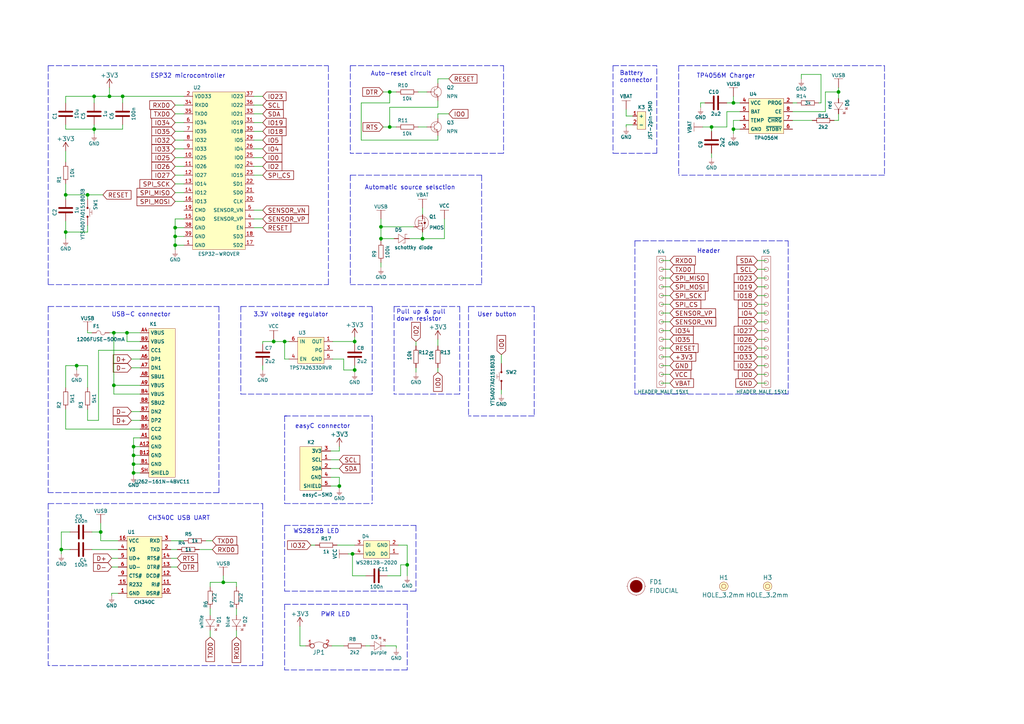
<source format=kicad_sch>
(kicad_sch (version 20211123) (generator eeschema)
  (paper "A4")
  (title_block (title "Dasduino CONNECTPLUS") (date "2021-07-15") (rev "v1.1.1.") (company "SOLDERED") (comment 1 "333033"))
  (lib_symbols
    (symbol "e-radionica.com schematics:0402LED" (pin_numbers hide) (pin_names (offset 0.254) hide)
      (property "Reference" "D" (at -0.635 2.54 0))
      (property "Value" "0402LED" (at 0 -2.54 0))
      (symbol "0402LED_1_1"
        (pin passive line (at -1.905 0 0) (length 1.27) (name "A") (number "1"))
        (pin passive line (at 2.54 0 180) (length 1.27) (name "K") (number "2"))
      )
    )
    (symbol "e-radionica.com schematics:0402LED_1" (pin_numbers hide) (pin_names (offset 0.254) hide)
      (property "Reference" "D" (at -0.635 2.54 0))
      (property "Value" "0402LED" (at 0 -2.54 0))
      (symbol "0402LED_1_1_1"
        (pin passive line (at -1.905 0 0) (length 1.27) (name "A") (number "1"))
        (pin passive line (at 2.54 0 180) (length 1.27) (name "K") (number "2"))
      )
    )
    (symbol "e-radionica.com schematics:0402LED_3" (pin_numbers hide) (pin_names (offset 0.254) hide)
      (property "Reference" "D" (at -0.635 2.54 0))
      (property "Value" "0402LED" (at 0 -2.54 0))
      (symbol "0402LED_3_1_1"
        (pin passive line (at -1.905 0 0) (length 1.27) (name "A") (number "1"))
        (pin passive line (at 2.54 0 180) (length 1.27) (name "K") (number "2"))
      )
    )
    (symbol "e-radionica.com schematics:0402R" (pin_numbers hide) (pin_names (offset 0.254))
      (property "Reference" "R" (at -1.905 1.27 0))
      (property "Value" "0402R" (at 0 -1.27 0))
      (symbol "0402R_1_1"
        (pin passive line (at -3.175 0 0) (length 1.27) (name "~") (number "1"))
        (pin passive line (at 3.175 0 180) (length 1.27) (name "~") (number "2"))
      )
    )
    (symbol "e-radionica.com schematics:0402R_1" (pin_numbers hide) (pin_names (offset 0.254))
      (property "Reference" "R" (at -1.905 1.27 0))
      (property "Value" "0402R" (at 0 -1.27 0))
      (symbol "0402R_1_1_1"
        (pin passive line (at -3.175 0 0) (length 1.27) (name "~") (number "1"))
        (pin passive line (at 3.175 0 180) (length 1.27) (name "~") (number "2"))
      )
    )
    (symbol "e-radionica.com schematics:0402R_2" (pin_numbers hide) (pin_names (offset 0.254))
      (property "Reference" "R" (at -1.905 1.27 0))
      (property "Value" "0402R" (at 0 -1.27 0))
      (symbol "0402R_2_1_1"
        (pin passive line (at -3.175 0 0) (length 1.27) (name "~") (number "1"))
        (pin passive line (at 3.175 0 180) (length 1.27) (name "~") (number "2"))
      )
    )
    (symbol "e-radionica.com schematics:0603C" (pin_numbers hide) (pin_names (offset 0.002))
      (property "Reference" "C" (at -0.635 3.175 0))
      (property "Value" "0603C" (at 0 -3.175 0))
      (symbol "0603C_1_1"
        (pin passive line (at -3.175 0 0) (length 2.54) (name "~") (number "1"))
        (pin passive line (at 3.175 0 180) (length 2.54) (name "~") (number "2"))
      )
    )
    (symbol "e-radionica.com schematics:0603C_1" (pin_numbers hide) (pin_names (offset 0.002))
      (property "Reference" "C" (at -0.635 3.175 0))
      (property "Value" "0603C" (at 0 -3.175 0))
      (symbol "0603C_1_1_1"
        (pin passive line (at -3.175 0 0) (length 2.54) (name "~") (number "1"))
        (pin passive line (at 3.175 0 180) (length 2.54) (name "~") (number "2"))
      )
    )
    (symbol "e-radionica.com schematics:0603C_2" (pin_numbers hide) (pin_names (offset 0.002))
      (property "Reference" "C" (at -0.635 3.175 0))
      (property "Value" "0603C" (at 0 -3.175 0))
      (symbol "0603C_2_1_1"
        (pin passive line (at -3.175 0 0) (length 2.54) (name "~") (number "1"))
        (pin passive line (at 3.175 0 180) (length 2.54) (name "~") (number "2"))
      )
    )
    (symbol "e-radionica.com schematics:0603C_3" (pin_numbers hide) (pin_names (offset 0.002))
      (property "Reference" "C" (at -0.635 3.175 0))
      (property "Value" "0603C" (at 0 -3.175 0))
      (symbol "0603C_3_1_1"
        (pin passive line (at -3.175 0 0) (length 2.54) (name "~") (number "1"))
        (pin passive line (at 3.175 0 180) (length 2.54) (name "~") (number "2"))
      )
    )
    (symbol "e-radionica.com schematics:0603C_4" (pin_numbers hide) (pin_names (offset 0.002))
      (property "Reference" "C" (at -0.635 3.175 0))
      (property "Value" "0603C" (at 0 -3.175 0))
      (symbol "0603C_4_1_1"
        (pin passive line (at -3.175 0 0) (length 2.54) (name "~") (number "1"))
        (pin passive line (at 3.175 0 180) (length 2.54) (name "~") (number "2"))
      )
    )
    (symbol "e-radionica.com schematics:0603C_5" (pin_numbers hide) (pin_names (offset 0.002))
      (property "Reference" "C" (at -0.635 3.175 0))
      (property "Value" "0603C" (at 0 -3.175 0))
      (symbol "0603C_5_1_1"
        (pin passive line (at -3.175 0 0) (length 2.54) (name "~") (number "1"))
        (pin passive line (at 3.175 0 180) (length 2.54) (name "~") (number "2"))
      )
    )
    (symbol "e-radionica.com schematics:0603R" (pin_numbers hide) (pin_names (offset 0.254))
      (property "Reference" "R" (at -1.905 1.905 0))
      (property "Value" "0603R" (at 0 -1.905 0))
      (symbol "0603R_1_1"
        (pin passive line (at -3.175 0 0) (length 1.27) (name "~") (number "1"))
        (pin passive line (at 3.175 0 180) (length 1.27) (name "~") (number "2"))
      )
    )
    (symbol "e-radionica.com schematics:0603R_1" (pin_numbers hide) (pin_names (offset 0.254))
      (property "Reference" "R" (at -1.905 1.905 0))
      (property "Value" "0603R" (at 0 -1.905 0))
      (symbol "0603R_1_1_1"
        (pin passive line (at -3.175 0 0) (length 1.27) (name "~") (number "1"))
        (pin passive line (at 3.175 0 180) (length 1.27) (name "~") (number "2"))
      )
    )
    (symbol "e-radionica.com schematics:0603R_2" (pin_numbers hide) (pin_names (offset 0.254))
      (property "Reference" "R" (at -1.905 1.905 0))
      (property "Value" "0603R" (at 0 -1.905 0))
      (symbol "0603R_2_1_1"
        (pin passive line (at -3.175 0 0) (length 1.27) (name "~") (number "1"))
        (pin passive line (at 3.175 0 180) (length 1.27) (name "~") (number "2"))
      )
    )
    (symbol "e-radionica.com schematics:0603R_3" (pin_numbers hide) (pin_names (offset 0.254))
      (property "Reference" "R" (at -1.905 1.905 0))
      (property "Value" "0603R" (at 0 -1.905 0))
      (symbol "0603R_3_1_1"
        (pin passive line (at -3.175 0 0) (length 1.27) (name "~") (number "1"))
        (pin passive line (at 3.175 0 180) (length 1.27) (name "~") (number "2"))
      )
    )
    (symbol "e-radionica.com schematics:0603R_4" (pin_numbers hide) (pin_names (offset 0.254))
      (property "Reference" "R" (at -1.905 1.905 0))
      (property "Value" "0603R" (at 0 -1.905 0))
      (symbol "0603R_4_1_1"
        (pin passive line (at -3.175 0 0) (length 1.27) (name "~") (number "1"))
        (pin passive line (at 3.175 0 180) (length 1.27) (name "~") (number "2"))
      )
    )
    (symbol "e-radionica.com schematics:0603R_5" (pin_numbers hide) (pin_names (offset 0.254))
      (property "Reference" "R" (at -1.905 1.905 0))
      (property "Value" "0603R" (at 0 -1.905 0))
      (symbol "0603R_5_1_1"
        (pin passive line (at -3.175 0 0) (length 1.27) (name "~") (number "1"))
        (pin passive line (at 3.175 0 180) (length 1.27) (name "~") (number "2"))
      )
    )
    (symbol "e-radionica.com schematics:1206C" (pin_numbers hide)
      (property "Reference" "C" (at -0.635 3.175 0))
      (property "Value" "1206C" (at 0 -3.175 0))
      (symbol "1206C_1_1"
        (pin passive line (at -3.175 0 0) (length 2.54) (name "~") (number "1"))
        (pin passive line (at 3.175 0 180) (length 2.54) (name "~") (number "2"))
      )
    )
    (symbol "e-radionica.com schematics:1206FUSE" (pin_numbers hide) (pin_names hide)
      (property "Reference" "F" (at -1.27 1.905 0))
      (property "Value" "1206FUSE" (at 0 -1.905 0))
      (symbol "1206FUSE_1_1"
        (pin passive line (at -2.54 0 0) (length 1.27) (name "~") (number "1"))
        (pin passive line (at 2.54 0 180) (length 1.27) (name "~") (number "2"))
      )
    )
    (symbol "e-radionica.com schematics:BAT20J" (pin_numbers hide) (pin_names hide)
      (property "Reference" "D" (at 0 2.54 0))
      (property "Value" "BAT20J" (at 0 -2.54 0))
      (symbol "BAT20J_1_1"
        (pin passive line (at -1.905 0 0) (length 1.27) (name "A") (number "1"))
        (pin passive line (at 2.54 0 180) (length 1.27) (name "K") (number "2"))
      )
    )
    (symbol "e-radionica.com schematics:CH340C"
      (property "Reference" "U" (at -3.81 10.16 0))
      (property "Value" "CH340C" (at 0 -10.16 0))
      (symbol "CH340C_1_1"
        (pin passive line (at -7.62 -7.62 0) (length 2.54) (name "GND") (number "1"))
        (pin passive line (at 7.62 -7.62 180) (length 2.54) (name "DSR#") (number "10"))
        (pin passive line (at 7.62 -5.08 180) (length 2.54) (name "RI#") (number "11"))
        (pin passive line (at 7.62 -2.54 180) (length 2.54) (name "DCD#") (number "12"))
        (pin passive line (at 7.62 0 180) (length 2.54) (name "DTR#") (number "13"))
        (pin passive line (at 7.62 2.54 180) (length 2.54) (name "RTS#") (number "14"))
        (pin passive line (at -7.62 -5.08 0) (length 2.54) (name "R232") (number "15"))
        (pin passive line (at -7.62 7.62 0) (length 2.54) (name "VCC") (number "16"))
        (pin passive line (at 7.62 5.08 180) (length 2.54) (name "TXD") (number "2"))
        (pin passive line (at 7.62 7.62 180) (length 2.54) (name "RXD") (number "3"))
        (pin passive line (at -7.62 5.08 0) (length 2.54) (name "V3") (number "4"))
        (pin passive line (at -7.62 2.54 0) (length 2.54) (name "UD+") (number "5"))
        (pin passive line (at -7.62 0 0) (length 2.54) (name "UD-") (number "6"))
        (pin passive line (at -7.62 -2.54 0) (length 2.54) (name "CTS#") (number "9"))
      )
    )
    (symbol "e-radionica.com schematics:ESP32-WROVER"
      (property "Reference" "U" (at -6.35 25.4 0))
      (property "Value" "ESP32-WROVER" (at 0 -22.86 0))
      (symbol "ESP32-WROVER_1_1"
        (pin power_in line (at -10.16 -20.32 0) (length 2.54) (name "GND") (number "1"))
        (pin bidirectional line (at -10.16 5.08 0) (length 2.54) (name "IO25") (number "10"))
        (pin bidirectional line (at -10.16 2.54 0) (length 2.54) (name "IO26") (number "11"))
        (pin bidirectional line (at -10.16 0 0) (length 2.54) (name "IO27") (number "12"))
        (pin bidirectional line (at -10.16 -2.54 0) (length 2.54) (name "IO14") (number "13"))
        (pin bidirectional line (at -10.16 -5.08 0) (length 2.54) (name "IO12") (number "14"))
        (pin power_in line (at -10.16 -12.7 0) (length 2.54) (name "GND") (number "15"))
        (pin bidirectional line (at -10.16 -7.62 0) (length 2.54) (name "IO13") (number "16"))
        (pin bidirectional line (at 10.16 -20.32 180) (length 2.54) (name "SD2") (number "17"))
        (pin bidirectional line (at 10.16 -17.78 180) (length 2.54) (name "SD3") (number "18"))
        (pin bidirectional line (at -10.16 -10.16 0) (length 2.54) (name "CMD") (number "19"))
        (pin power_in line (at -10.16 22.86 0) (length 2.54) (name "VDD33") (number "2"))
        (pin bidirectional line (at 10.16 -7.62 180) (length 2.54) (name "CLK") (number "20"))
        (pin bidirectional line (at 10.16 -5.08 180) (length 2.54) (name "SD0") (number "21"))
        (pin bidirectional line (at 10.16 -2.54 180) (length 2.54) (name "SD1") (number "22"))
        (pin bidirectional line (at 10.16 0 180) (length 2.54) (name "IO15") (number "23"))
        (pin bidirectional line (at 10.16 2.54 180) (length 2.54) (name "IO2") (number "24"))
        (pin bidirectional line (at 10.16 5.08 180) (length 2.54) (name "IO0") (number "25"))
        (pin bidirectional line (at 10.16 7.62 180) (length 2.54) (name "IO4") (number "26"))
        (pin bidirectional line (at 10.16 10.16 180) (length 2.54) (name "IO5") (number "29"))
        (pin bidirectional line (at 10.16 -15.24 180) (length 2.54) (name "EN") (number "3"))
        (pin bidirectional line (at 10.16 12.7 180) (length 2.54) (name "IO18") (number "30"))
        (pin bidirectional line (at 10.16 15.24 180) (length 2.54) (name "IO19") (number "31"))
        (pin bidirectional line (at 10.16 17.78 180) (length 2.54) (name "IO21") (number "33"))
        (pin bidirectional line (at -10.16 20.32 0) (length 2.54) (name "RXD0") (number "34"))
        (pin bidirectional line (at -10.16 17.78 0) (length 2.54) (name "TXD0") (number "35"))
        (pin bidirectional line (at 10.16 20.32 180) (length 2.54) (name "IO22") (number "36"))
        (pin bidirectional line (at 10.16 22.86 180) (length 2.54) (name "IO23") (number "37"))
        (pin power_in line (at -10.16 -15.24 0) (length 2.54) (name "GND") (number "38"))
        (pin power_in line (at -10.16 -17.78 0) (length 2.54) (name "GND") (number "39"))
        (pin bidirectional line (at 10.16 -12.7 180) (length 2.54) (name "SENSOR_VP") (number "4"))
        (pin bidirectional line (at 10.16 -10.16 180) (length 2.54) (name "SENSOR_VN") (number "5"))
        (pin bidirectional line (at -10.16 15.24 0) (length 2.54) (name "IO34") (number "6"))
        (pin bidirectional line (at -10.16 12.7 0) (length 2.54) (name "IO35") (number "7"))
        (pin bidirectional line (at -10.16 10.16 0) (length 2.54) (name "IO32") (number "8"))
        (pin bidirectional line (at -10.16 7.62 0) (length 2.54) (name "IO33") (number "9"))
      )
    )
    (symbol "e-radionica.com schematics:FIDUCIAL" (in_bom no)
      (property "Reference" "FD" (at 0 3.81 0))
      (property "Value" "FIDUCIAL" (at 0 -3.81 0))
    )
    (symbol "e-radionica.com schematics:GND" (power) (pin_names (offset 0))
      (property "Value" "GND" (at 0 -2.921 0))
      (symbol "GND_1_1"
        (pin power_in line (at 0 0 270) (length 0) hide (name "GND") (number "1"))
      )
    )
    (symbol "e-radionica.com schematics:GND_1" (power) (pin_names (offset 0))
      (property "Value" "GND" (at 0 -2.921 0))
      (symbol "GND_1_1_1"
        (pin power_in line (at 0 0 270) (length 0) hide (name "GND") (number "1"))
      )
    )
    (symbol "e-radionica.com schematics:GND_2" (power) (pin_names (offset 0))
      (property "Value" "GND" (at 0 -2.921 0))
      (symbol "GND_2_1_1"
        (pin power_in line (at 0 0 270) (length 0) hide (name "GND") (number "1"))
      )
    )
    (symbol "e-radionica.com schematics:GND_3" (power) (pin_names (offset 0))
      (property "Value" "GND" (at 0 -2.921 0))
      (symbol "GND_3_1_1"
        (pin power_in line (at 0 0 270) (length 0) hide (name "GND") (number "1"))
      )
    )
    (symbol "e-radionica.com schematics:GND_4" (power) (pin_names (offset 0))
      (property "Value" "GND" (at 0 -2.921 0))
      (symbol "GND_4_1_1"
        (pin power_in line (at 0 0 270) (length 0) hide (name "GND") (number "1"))
      )
    )
    (symbol "e-radionica.com schematics:GND_5" (power) (pin_names (offset 0))
      (property "Value" "GND" (at 0 -2.921 0))
      (symbol "GND_5_1_1"
        (pin power_in line (at 0 0 270) (length 0) hide (name "GND") (number "1"))
      )
    )
    (symbol "e-radionica.com schematics:GND_6" (power) (pin_names (offset 0))
      (property "Value" "GND" (at 0 -2.921 0))
      (symbol "GND_6_1_1"
        (pin power_in line (at 0 0 270) (length 0) hide (name "GND") (number "1"))
      )
    )
    (symbol "e-radionica.com schematics:GND_7" (power) (pin_names (offset 0))
      (property "Value" "GND" (at 0 -2.921 0))
      (symbol "GND_7_1_1"
        (pin power_in line (at 0 0 270) (length 0) hide (name "GND") (number "1"))
      )
    )
    (symbol "e-radionica.com schematics:GND_8" (power) (pin_names (offset 0))
      (property "Value" "GND" (at 0 -2.921 0))
      (symbol "GND_8_1_1"
        (pin power_in line (at 0 0 270) (length 0) hide (name "GND") (number "1"))
      )
    )
    (symbol "e-radionica.com schematics:HEADER_MALE_15X1" (pin_numbers hide) (pin_names hide)
      (property "Reference" "K" (at -0.635 20.32 0))
      (property "Value" "HEADER_MALE_15X1" (at 1.27 -20.32 0))
      (symbol "HEADER_MALE_15X1_1_1"
        (pin passive line (at 0 -17.78 180) (length 0) (name "~") (number "1"))
        (pin passive line (at 0 5.08 180) (length 0) (name "~") (number "10"))
        (pin passive line (at 0 7.62 180) (length 0) (name "~") (number "11"))
        (pin passive line (at 0 10.16 180) (length 0) (name "~") (number "12"))
        (pin passive line (at 0 12.7 180) (length 0) (name "~") (number "13"))
        (pin passive line (at 0 15.24 180) (length 0) (name "~") (number "14"))
        (pin passive line (at 0 17.78 180) (length 0) (name "~") (number "15"))
        (pin passive line (at 0 -15.24 180) (length 0) (name "~") (number "2"))
        (pin passive line (at 0 -12.7 180) (length 0) (name "~") (number "3"))
        (pin passive line (at 0 -10.16 180) (length 0) (name "~") (number "4"))
        (pin passive line (at 0 -7.62 180) (length 0) (name "~") (number "5"))
        (pin passive line (at 0 -5.08 180) (length 0) (name "~") (number "6"))
        (pin passive line (at 0 -2.54 180) (length 0) (name "~") (number "7"))
        (pin passive line (at 0 0 180) (length 0) (name "~") (number "8"))
        (pin passive line (at 0 2.54 180) (length 0) (name "~") (number "9"))
      )
    )
    (symbol "e-radionica.com schematics:HOLE_3.2mm" (pin_numbers hide) (pin_names hide)
      (property "Reference" "H" (at 0 2.54 0))
      (property "Value" "HOLE_3.2mm" (at 0 -2.54 0))
    )
    (symbol "e-radionica.com schematics:JST-2pin-SMD"
      (property "Reference" "K" (at -1.27 5.08 0))
      (property "Value" "JST-2pin-SMD" (at 0 -2.54 0))
      (symbol "JST-2pin-SMD_1_1"
        (pin passive line (at 1.27 0 180) (length 1.27) (name "+") (number "1"))
        (pin passive line (at 1.27 2.54 180) (length 1.27) (name "-") (number "2"))
      )
    )
    (symbol "e-radionica.com schematics:NPN-SOT-23-3" (pin_numbers hide) (pin_names hide)
      (property "Reference" "Q" (at -2.286 2.921 0))
      (property "Value" "NPN-SOT-23-3" (at 0 -3.81 0))
      (symbol "NPN-SOT-23-3_1_1"
        (pin passive line (at -3.175 0 0) (length 1.27) (name "B") (number "1"))
        (pin passive line (at 0 -2.54 90) (length 1.27) (name "E") (number "2"))
        (pin passive line (at 0 2.54 270) (length 1.27) (name "C") (number "3"))
      )
    )
    (symbol "e-radionica.com schematics:PMOS-SOT-23-3" (pin_numbers hide) (pin_names hide)
      (property "Reference" "Q" (at -0.762 3.302 0))
      (property "Value" "PMOS-SOT-23-3" (at 0.381 -4.064 0))
      (symbol "PMOS-SOT-23-3_1_1"
        (pin passive line (at -1.27 -1.016 0) (length 1.27) (name "G") (number "1"))
        (pin passive line (at 1.27 -2.54 90) (length 1.27) (name "S") (number "2"))
        (pin passive line (at 1.27 2.54 270) (length 1.27) (name "D") (number "3"))
      )
    )
    (symbol "e-radionica.com schematics:SMD-JUMPER-CONNECTED_TRACE_SLODERMASK"
      (property "Reference" "JP" (at 0 3.556 0))
      (property "Value" "SMD-JUMPER-CONNECTED_TRACE_SLODERMASK" (at 0 -2.54 0))
      (symbol "SMD-JUMPER-CONNECTED_TRACE_SLODERMASK_1_1"
        (pin passive inverted (at -4.064 0 0) (length 2.54) (name "") (number "1"))
        (pin passive inverted (at 3.556 0 180) (length 2.54) (name "") (number "2"))
      )
    )
    (symbol "e-radionica.com schematics:TP4056M"
      (property "Reference" "U" (at -3.81 5.08 0))
      (property "Value" "TP4056M" (at 0 -7.62 0))
      (symbol "TP4056M_1_1"
        (pin passive line (at -7.62 -2.54 0) (length 2.54) (name "TEMP") (number "1"))
        (pin passive line (at 7.62 2.54 180) (length 2.54) (name "PROG") (number "2"))
        (pin passive line (at -7.62 -5.08 0) (length 2.54) (name "GND") (number "3"))
        (pin passive line (at -7.62 2.54 0) (length 2.54) (name "VCC") (number "4"))
        (pin passive line (at -7.62 0 0) (length 2.54) (name "BAT") (number "5"))
        (pin passive line (at 7.62 -5.08 180) (length 2.54) (name "~{STDBY}") (number "6"))
        (pin passive line (at 7.62 -2.54 180) (length 2.54) (name "~{CHRG}") (number "7"))
        (pin passive line (at 7.62 0 180) (length 2.54) (name "CE") (number "8"))
      )
    )
    (symbol "e-radionica.com schematics:TPS7A2633DRVR"
      (property "Reference" "U" (at -3.175 5.08 0))
      (property "Value" "TPS7A2633DRVR" (at 0 -5.08 0))
      (symbol "TPS7A2633DRVR_1_1"
        (pin passive line (at 6.35 2.54 180) (length 2.54) (name "OUT") (number "1"))
        (pin passive line (at 6.35 0 180) (length 2.54) (name "PG") (number "3"))
        (pin passive line (at -6.35 -2.54 0) (length 2.54) (name "EN") (number "4"))
        (pin passive line (at 6.35 -2.54 180) (length 2.54) (name "GND") (number "5"))
        (pin passive line (at -6.35 2.54 0) (length 2.54) (name "IN") (number "6"))
      )
    )
    (symbol "e-radionica.com schematics:U262-161N-4BVC11"
      (property "Reference" "K" (at 0 22.86 0))
      (property "Value" "U262-161N-4BVC11" (at 2.54 -22.86 0))
      (symbol "U262-161N-4BVC11_1_1"
        (pin passive line (at -3.81 -10.16 0) (length 2.54) (name "GND") (number "A1"))
        (pin passive line (at -3.81 -12.7 0) (length 2.54) (name "GND") (number "A12"))
        (pin passive line (at -3.81 20.32 0) (length 2.54) (name "VBUS") (number "A4"))
        (pin passive line (at -3.81 15.24 0) (length 2.54) (name "CC1") (number "A5"))
        (pin passive line (at -3.81 12.7 0) (length 2.54) (name "DP1") (number "A6"))
        (pin passive line (at -3.81 10.16 0) (length 2.54) (name "DN1") (number "A7"))
        (pin passive line (at -3.81 7.62 0) (length 2.54) (name "SBU1") (number "A8"))
        (pin passive line (at -3.81 5.08 0) (length 2.54) (name "VBUS") (number "A9"))
        (pin passive line (at -3.81 -17.78 0) (length 2.54) (name "GND") (number "B1"))
        (pin passive line (at -3.81 -15.24 0) (length 2.54) (name "GND") (number "B12"))
        (pin passive line (at -3.81 2.54 0) (length 2.54) (name "VBUS") (number "B4"))
        (pin passive line (at -3.81 -7.62 0) (length 2.54) (name "CC2") (number "B5"))
        (pin passive line (at -3.81 -5.08 0) (length 2.54) (name "DP2") (number "B6"))
        (pin passive line (at -3.81 -2.54 0) (length 2.54) (name "DN2") (number "B7"))
        (pin passive line (at -3.81 0 0) (length 2.54) (name "SBU2") (number "B8"))
        (pin passive line (at -3.81 17.78 0) (length 2.54) (name "VBUS") (number "B9"))
        (pin passive line (at -3.81 -20.32 0) (length 2.54) (name "SHIELD") (number "SH"))
      )
    )
    (symbol "e-radionica.com schematics:VBAT" (power) (pin_names (offset 0))
      (property "Value" "VBAT" (at 0 3.556 0))
      (symbol "VBAT_1_1"
        (pin power_in line (at 0 0 90) (length 0) hide (name "VBAT") (number "1"))
      )
    )
    (symbol "e-radionica.com schematics:VCC" (power) (pin_names (offset 0))
      (property "Value" "VCC" (at 0 3.556 0))
      (symbol "VCC_1_1"
        (pin power_in line (at 0 0 90) (length 0) hide (name "VCC") (number "1"))
      )
    )
    (symbol "e-radionica.com schematics:VUSB" (power) (pin_names (offset 0))
      (property "Value" "VUSB" (at 0 3.556 0))
      (symbol "VUSB_1_1"
        (pin power_in line (at 0 0 90) (length 0) hide (name "VUSB") (number "1"))
      )
    )
    (symbol "e-radionica.com schematics:VUSB_1" (power) (pin_names (offset 0))
      (property "Value" "VUSB" (at 0 3.556 0))
      (symbol "VUSB_1_1_1"
        (pin power_in line (at 0 0 90) (length 0) hide (name "VUSB") (number "1"))
      )
    )
    (symbol "e-radionica.com schematics:VUSB_2" (power) (pin_names (offset 0))
      (property "Value" "VUSB" (at 0 3.556 0))
      (symbol "VUSB_2_1_1"
        (pin power_in line (at 0 0 90) (length 0) hide (name "VUSB") (number "1"))
      )
    )
    (symbol "e-radionica.com schematics:VUSB_3" (power) (pin_names (offset 0))
      (property "Value" "VUSB" (at 0 3.556 0))
      (symbol "VUSB_3_1_1"
        (pin power_in line (at 0 0 90) (length 0) hide (name "VUSB") (number "1"))
      )
    )
    (symbol "e-radionica.com schematics:VUSB_4" (power) (pin_names (offset 0))
      (property "Value" "VUSB" (at 0 3.556 0))
      (symbol "VUSB_4_1_1"
        (pin power_in line (at 0 0 90) (length 0) hide (name "VUSB") (number "1"))
      )
    )
    (symbol "e-radionica.com schematics:WS2812B-2020"
      (property "Reference" "D" (at -2.54 3.81 0))
      (property "Value" "WS2812B-2020" (at 0 -3.81 0))
      (symbol "WS2812B-2020_1_1"
        (pin passive line (at 6.35 -1.27 180) (length 2.54) (name "DO") (number "1"))
        (pin passive line (at 6.35 1.27 180) (length 2.54) (name "GND") (number "2"))
        (pin passive line (at -6.35 1.27 0) (length 2.54) (name "DI") (number "3"))
        (pin passive line (at -6.35 -1.27 0) (length 2.54) (name "VDD") (number "4"))
      )
    )
    (symbol "e-radionica.com schematics:YTSA007A0151803B" (pin_numbers hide) (pin_names hide)
      (property "Reference" "SW" (at -1.016 2.286 0))
      (property "Value" "YTSA007A0151803B" (at 1.778 -2.032 0))
      (symbol "YTSA007A0151803B_1_1"
        (pin passive line (at -2.54 0 0) (length 2.54) (name "~") (number "1"))
        (pin passive line (at 5.08 0 180) (length 2.54) (name "~") (number "2"))
      )
    )
    (symbol "e-radionica.com schematics:easyC-SMD" (pin_names (offset 0.002))
      (property "Reference" "K" (at -2.54 10.16 0))
      (property "Value" "easyC-SMD" (at 0 -5.08 0))
      (symbol "easyC-SMD_1_1"
        (pin passive line (at 5.715 5.08 180) (length 2.54) (name "SCL") (number "1"))
        (pin passive line (at 5.715 2.54 180) (length 2.54) (name "SDA") (number "2"))
        (pin passive line (at 5.715 7.62 180) (length 2.54) (name "3V3") (number "3"))
        (pin passive line (at 5.715 0 180) (length 2.54) (name "GND") (number "4"))
        (pin passive line (at 5.715 -2.54 180) (length 2.54) (name "SHIELD") (number "5"))
      )
    )
    (symbol "power:+3V3" (power) (pin_names (offset 0))
      (property "Value" "+3V3" (at 0 3.556 0))
      (symbol "+3V3_1_1"
        (pin power_in line (at 0 0 90) (length 0) hide (name "+3V3") (number "1"))
      )
    )
  )
  (junction (at 35.56 27.94) (diameter 0.9144))
  (junction (at 82.55 99.06) (diameter 0.9144))
  (junction (at 36.83 96.52) (diameter 0.9144))
  (junction (at 243.205 26.67) (diameter 0.9144))
  (junction (at 206.375 36.83) (diameter 0.9144))
  (junction (at 25.4 56.515) (diameter 0.9144))
  (junction (at 33.02 111.76) (diameter 0.9144))
  (junction (at 38.735 129.54) (diameter 0.9144))
  (junction (at 113.03 36.83) (diameter 0.9144))
  (junction (at 113.03 26.67) (diameter 0.9144))
  (junction (at 98.425 140.97) (diameter 0.9144))
  (junction (at 38.735 137.16) (diameter 0.9144))
  (junction (at 102.87 107.315) (diameter 0.9144))
  (junction (at 27.305 27.94) (diameter 0.9144))
  (junction (at 19.05 67.31) (diameter 0.9144))
  (junction (at 118.11 163.83) (diameter 0.9144))
  (junction (at 110.49 65.786) (diameter 0.9144))
  (junction (at 29.21 154.305) (diameter 0.9144))
  (junction (at 19.05 56.515) (diameter 0.9144))
  (junction (at 50.8 71.12) (diameter 0.9144))
  (junction (at 38.735 134.62) (diameter 0.9144))
  (junction (at 31.75 27.94) (diameter 0.9144))
  (junction (at 38.735 132.08) (diameter 0.9144))
  (junction (at 33.02 96.52) (diameter 0.9144))
  (junction (at 110.49 69.215) (diameter 0.9144))
  (junction (at 17.78 159.385) (diameter 0.9144))
  (junction (at 50.8 68.58) (diameter 0.9144))
  (junction (at 79.375 99.06) (diameter 0.9144))
  (junction (at 102.87 99.06) (diameter 0.9144))
  (junction (at 50.8 66.04) (diameter 0.9144))
  (junction (at 122.555 69.215) (diameter 0.9144))
  (junction (at 212.725 37.465) (diameter 0.9144))
  (junction (at 102.235 160.655) (diameter 0.9144))
  (junction (at 64.77 168.91) (diameter 0.9144))
  (junction (at 22.225 106.045) (diameter 0.9144))
  (junction (at 212.725 29.845) (diameter 0.9144))
  (junction (at 27.305 37.465) (diameter 0.9144))
  (polyline (pts (xy 114.3 88.9) (xy 114.3 114.3)) (stroke (width 0) (type dash)))
  (wire (pts (xy 238.125 29.845) (xy 238.125 21.59)))
  (wire (pts (xy 113.03 26.67) (xy 114.935 26.67)))
  (polyline (pts (xy 114.3 88.9) (xy 133.35 88.9)) (stroke (width 0) (type dash)))
  (wire (pts (xy 219.71 95.885) (xy 222.25 95.885)))
  (polyline (pts (xy 118.11 194.31) (xy 82.55 194.31)) (stroke (width 0) (type dash)))
  (wire (pts (xy 118.745 69.215) (xy 122.555 69.215)))
  (wire (pts (xy 219.71 80.645) (xy 222.25 80.645)))
  (wire (pts (xy 191.77 83.185) (xy 194.31 83.185)))
  (wire (pts (xy 219.71 85.725) (xy 222.25 85.725)))
  (wire (pts (xy 96.52 99.06) (xy 102.87 99.06)))
  (wire (pts (xy 50.8 38.1) (xy 53.34 38.1)))
  (wire (pts (xy 95.885 135.89) (xy 98.425 135.89)))
  (polyline (pts (xy 82.55 146.05) (xy 107.95 146.05)) (stroke (width 0) (type dash)))
  (wire (pts (xy 50.8 68.58) (xy 53.34 68.58)))
  (wire (pts (xy 210.82 32.385) (xy 210.82 36.83)))
  (wire (pts (xy 95.885 138.43) (xy 98.425 138.43)))
  (wire (pts (xy 38.1 121.92) (xy 40.64 121.92)))
  (wire (pts (xy 97.79 158.115) (xy 102.87 158.115)))
  (wire (pts (xy 110.49 65.786) (xy 110.49 69.215)))
  (wire (pts (xy 98.425 140.97) (xy 98.425 141.605)))
  (wire (pts (xy 17.78 154.305) (xy 17.78 159.385)))
  (wire (pts (xy 239.395 32.385) (xy 239.395 26.67)))
  (wire (pts (xy 219.71 75.565) (xy 222.25 75.565)))
  (polyline (pts (xy 101.6 19.05) (xy 101.6 44.45)) (stroke (width 0) (type dash)))
  (wire (pts (xy 82.55 99.06) (xy 79.375 99.06)))
  (polyline (pts (xy 256.54 50.8) (xy 196.85 50.8)) (stroke (width 0) (type dash)))
  (wire (pts (xy 219.71 106.045) (xy 222.25 106.045)))
  (wire (pts (xy 38.735 129.54) (xy 40.64 129.54)))
  (wire (pts (xy 98.425 138.43) (xy 98.425 140.97)))
  (wire (pts (xy 219.71 83.185) (xy 222.25 83.185)))
  (wire (pts (xy 31.75 25.4) (xy 31.75 27.94)))
  (polyline (pts (xy 82.55 120.65) (xy 107.95 120.65)) (stroke (width 0) (type dash)))
  (wire (pts (xy 229.87 32.385) (xy 239.395 32.385)))
  (wire (pts (xy 110.49 69.215) (xy 114.3 69.215)))
  (wire (pts (xy 73.66 40.64) (xy 76.2 40.64)))
  (wire (pts (xy 22.225 106.045) (xy 25.4 106.045)))
  (wire (pts (xy 110.49 63.5) (xy 110.49 65.786)))
  (wire (pts (xy 214.63 34.925) (xy 212.725 34.925)))
  (polyline (pts (xy 107.95 88.9) (xy 107.95 114.3)) (stroke (width 0) (type dash)))
  (wire (pts (xy 28.575 121.92) (xy 28.575 101.6)))
  (polyline (pts (xy 190.5 44.45) (xy 190.5 19.05)) (stroke (width 0) (type dash)))
  (wire (pts (xy 120.65 99.06) (xy 120.65 100.33)))
  (wire (pts (xy 25.4 96.52) (xy 25.4 95.885)))
  (wire (pts (xy 38.735 127) (xy 38.735 129.54)))
  (wire (pts (xy 33.02 111.76) (xy 33.02 96.52)))
  (wire (pts (xy 114.935 187.325) (xy 114.935 187.96)))
  (wire (pts (xy 64.77 167.005) (xy 64.77 168.91)))
  (wire (pts (xy 26.67 96.52) (xy 25.4 96.52)))
  (wire (pts (xy 19.05 118.745) (xy 19.05 124.46)))
  (polyline (pts (xy 13.97 19.05) (xy 13.97 82.55)) (stroke (width 0) (type dash)))
  (wire (pts (xy 25.4 121.92) (xy 28.575 121.92)))
  (wire (pts (xy 19.05 53.34) (xy 19.05 56.515)))
  (wire (pts (xy 127 106.68) (xy 127 107.95)))
  (wire (pts (xy 73.66 38.1) (xy 76.2 38.1)))
  (wire (pts (xy 73.66 60.96) (xy 76.2 60.96)))
  (polyline (pts (xy 63.5 142.875) (xy 13.97 142.875)) (stroke (width 0) (type dash)))
  (wire (pts (xy 191.77 78.105) (xy 194.31 78.105)))
  (wire (pts (xy 38.735 132.08) (xy 40.64 132.08)))
  (wire (pts (xy 50.8 71.12) (xy 50.8 68.58)))
  (wire (pts (xy 27.305 37.465) (xy 27.305 38.735)))
  (wire (pts (xy 50.8 33.02) (xy 53.34 33.02)))
  (wire (pts (xy 113.03 36.83) (xy 114.935 36.83)))
  (polyline (pts (xy 184.15 69.85) (xy 228.6 69.85)) (stroke (width 0) (type dash)))
  (wire (pts (xy 19.05 56.515) (xy 19.05 57.785)))
  (wire (pts (xy 73.66 43.18) (xy 76.2 43.18)))
  (wire (pts (xy 60.96 182.88) (xy 60.96 184.785)))
  (wire (pts (xy 203.2 29.845) (xy 203.2 31.115)))
  (wire (pts (xy 100.965 160.655) (xy 102.235 160.655)))
  (wire (pts (xy 95.885 133.35) (xy 98.425 133.35)))
  (wire (pts (xy 76.2 106.045) (xy 76.2 107.315)))
  (wire (pts (xy 50.8 66.04) (xy 50.8 63.5)))
  (wire (pts (xy 96.266 187.325) (xy 99.695 187.325)))
  (polyline (pts (xy 228.6 114.3) (xy 184.15 114.3)) (stroke (width 0) (type dash)))
  (wire (pts (xy 68.58 170.18) (xy 68.58 168.91)))
  (wire (pts (xy 145.415 102.87) (xy 145.415 105.41)))
  (wire (pts (xy 35.56 36.195) (xy 35.56 37.465)))
  (wire (pts (xy 50.8 66.04) (xy 53.34 66.04)))
  (wire (pts (xy 38.735 132.08) (xy 38.735 134.62)))
  (wire (pts (xy 68.58 182.88) (xy 68.58 184.785)))
  (wire (pts (xy 73.66 63.5) (xy 76.2 63.5)))
  (wire (pts (xy 127 34.29) (xy 127 33.02)))
  (polyline (pts (xy 177.8 44.45) (xy 190.5 44.45)) (stroke (width 0) (type dash)))
  (wire (pts (xy 76.2 99.695) (xy 76.2 99.06)))
  (polyline (pts (xy 13.97 88.9) (xy 13.97 142.875)) (stroke (width 0) (type dash)))
  (wire (pts (xy 127 24.13) (xy 127 22.86)))
  (wire (pts (xy 110.49 76.2) (xy 110.49 77.47)))
  (wire (pts (xy 33.02 111.76) (xy 40.64 111.76)))
  (wire (pts (xy 50.8 35.56) (xy 53.34 35.56)))
  (wire (pts (xy 214.63 32.385) (xy 210.82 32.385)))
  (wire (pts (xy 219.71 98.425) (xy 222.25 98.425)))
  (wire (pts (xy 127 39.37) (xy 127 40.64)))
  (polyline (pts (xy 196.85 19.05) (xy 196.85 50.8)) (stroke (width 0) (type dash)))
  (wire (pts (xy 40.64 99.06) (xy 36.83 99.06)))
  (wire (pts (xy 86.995 187.325) (xy 86.995 181.61)))
  (wire (pts (xy 88.646 187.325) (xy 86.995 187.325)))
  (wire (pts (xy 191.77 108.585) (xy 194.31 108.585)))
  (wire (pts (xy 106.045 167.005) (xy 102.235 167.005)))
  (wire (pts (xy 36.83 96.52) (xy 40.64 96.52)))
  (wire (pts (xy 19.05 37.465) (xy 27.305 37.465)))
  (wire (pts (xy 127 33.02) (xy 130.175 33.02)))
  (wire (pts (xy 50.8 72.39) (xy 50.8 71.12)))
  (wire (pts (xy 25.4 56.515) (xy 29.845 56.515)))
  (wire (pts (xy 102.87 107.315) (xy 102.87 107.95)))
  (wire (pts (xy 49.53 161.925) (xy 51.435 161.925)))
  (polyline (pts (xy 184.15 69.85) (xy 184.15 114.3)) (stroke (width 0) (type dash)))
  (wire (pts (xy 60.96 176.53) (xy 60.96 178.435)))
  (wire (pts (xy 229.87 29.845) (xy 231.14 29.845)))
  (wire (pts (xy 28.575 101.6) (xy 40.64 101.6)))
  (wire (pts (xy 206.375 44.45) (xy 206.375 45.72)))
  (wire (pts (xy 19.05 106.045) (xy 19.05 112.395)))
  (wire (pts (xy 50.8 68.58) (xy 50.8 66.04)))
  (wire (pts (xy 127 98.425) (xy 127 100.33)))
  (wire (pts (xy 95.885 140.97) (xy 98.425 140.97)))
  (wire (pts (xy 50.8 71.12) (xy 53.34 71.12)))
  (wire (pts (xy 243.205 26.67) (xy 243.205 28.575)))
  (wire (pts (xy 191.77 106.045) (xy 194.31 106.045)))
  (wire (pts (xy 191.77 90.805) (xy 194.31 90.805)))
  (polyline (pts (xy 69.85 88.9) (xy 107.95 88.9)) (stroke (width 0) (type dash)))
  (polyline (pts (xy 13.97 82.55) (xy 95.25 82.55)) (stroke (width 0) (type dash)))
  (wire (pts (xy 111.76 187.325) (xy 114.935 187.325)))
  (wire (pts (xy 82.55 104.14) (xy 82.55 99.06)))
  (wire (pts (xy 232.41 21.59) (xy 232.41 22.86)))
  (wire (pts (xy 19.05 56.515) (xy 25.4 56.515)))
  (wire (pts (xy 116.205 167.005) (xy 116.205 163.83)))
  (wire (pts (xy 20.32 159.385) (xy 17.78 159.385)))
  (wire (pts (xy 219.71 78.105) (xy 222.25 78.105)))
  (polyline (pts (xy 101.6 50.8) (xy 101.6 82.55)) (stroke (width 0) (type dash)))
  (wire (pts (xy 59.69 156.845) (xy 61.595 156.845)))
  (wire (pts (xy 127 29.21) (xy 127 31.115)))
  (wire (pts (xy 50.8 30.48) (xy 53.34 30.48)))
  (wire (pts (xy 73.66 48.26) (xy 76.2 48.26)))
  (wire (pts (xy 50.8 43.18) (xy 53.34 43.18)))
  (wire (pts (xy 104.775 29.845) (xy 113.03 29.845)))
  (wire (pts (xy 35.56 27.94) (xy 35.56 29.845)))
  (wire (pts (xy 121.285 36.83) (xy 123.825 36.83)))
  (wire (pts (xy 110.49 69.215) (xy 110.49 69.85)))
  (wire (pts (xy 191.77 85.725) (xy 194.31 85.725)))
  (wire (pts (xy 219.71 88.265) (xy 222.25 88.265)))
  (wire (pts (xy 68.58 176.53) (xy 68.58 178.435)))
  (wire (pts (xy 33.02 111.76) (xy 33.02 114.3)))
  (wire (pts (xy 50.8 55.88) (xy 53.34 55.88)))
  (wire (pts (xy 19.05 67.31) (xy 25.4 67.31)))
  (wire (pts (xy 60.96 168.91) (xy 64.77 168.91)))
  (wire (pts (xy 96.52 104.14) (xy 99.695 104.14)))
  (wire (pts (xy 32.385 172.085) (xy 32.385 172.72)))
  (wire (pts (xy 191.77 103.505) (xy 194.31 103.505)))
  (wire (pts (xy 31.75 27.94) (xy 35.56 27.94)))
  (polyline (pts (xy 13.97 19.05) (xy 95.25 19.05)) (stroke (width 0) (type dash)))
  (wire (pts (xy 102.87 99.06) (xy 102.87 99.695)))
  (wire (pts (xy 34.29 156.845) (xy 29.21 156.845)))
  (wire (pts (xy 19.05 106.045) (xy 22.225 106.045)))
  (wire (pts (xy 38.735 129.54) (xy 38.735 132.08)))
  (wire (pts (xy 57.785 159.385) (xy 61.595 159.385)))
  (wire (pts (xy 191.77 100.965) (xy 194.31 100.965)))
  (polyline (pts (xy 146.05 19.05) (xy 146.05 44.45)) (stroke (width 0) (type dash)))
  (polyline (pts (xy 101.6 19.05) (xy 146.05 19.05)) (stroke (width 0) (type dash)))
  (wire (pts (xy 106.045 187.325) (xy 107.315 187.325)))
  (polyline (pts (xy 135.89 88.9) (xy 135.89 120.65)) (stroke (width 0) (type dash)))
  (wire (pts (xy 239.395 26.67) (xy 243.205 26.67)))
  (wire (pts (xy 50.8 63.5) (xy 53.34 63.5)))
  (wire (pts (xy 214.63 37.465) (xy 212.725 37.465)))
  (wire (pts (xy 115.57 158.115) (xy 118.11 158.115)))
  (polyline (pts (xy 139.7 82.55) (xy 101.6 82.55)) (stroke (width 0) (type dash)))
  (wire (pts (xy 191.77 98.425) (xy 194.31 98.425)))
  (wire (pts (xy 79.375 99.06) (xy 79.375 98.425)))
  (wire (pts (xy 38.1 119.38) (xy 40.64 119.38)))
  (wire (pts (xy 25.4 56.515) (xy 25.4 57.785)))
  (wire (pts (xy 22.225 106.045) (xy 22.225 107.315)))
  (wire (pts (xy 104.775 40.64) (xy 104.775 29.845)))
  (wire (pts (xy 243.205 34.925) (xy 243.205 33.02)))
  (wire (pts (xy 219.71 111.125) (xy 222.25 111.125)))
  (wire (pts (xy 191.77 95.885) (xy 194.31 95.885)))
  (wire (pts (xy 40.64 114.3) (xy 33.02 114.3)))
  (wire (pts (xy 243.205 25.4) (xy 243.205 26.67)))
  (wire (pts (xy 50.8 50.8) (xy 53.34 50.8)))
  (wire (pts (xy 83.82 104.14) (xy 82.55 104.14)))
  (wire (pts (xy 102.87 97.79) (xy 102.87 99.06)))
  (wire (pts (xy 110.49 65.786) (xy 120.015 65.786)))
  (polyline (pts (xy 82.55 175.26) (xy 118.11 175.26)) (stroke (width 0) (type dash)))
  (wire (pts (xy 40.64 137.16) (xy 38.735 137.16)))
  (wire (pts (xy 122.555 69.215) (xy 128.905 69.215)))
  (wire (pts (xy 38.1 106.68) (xy 40.64 106.68)))
  (wire (pts (xy 76.2 99.06) (xy 79.375 99.06)))
  (wire (pts (xy 27.305 27.94) (xy 27.305 29.845)))
  (polyline (pts (xy 118.11 175.26) (xy 118.11 194.31)) (stroke (width 0) (type dash)))
  (wire (pts (xy 145.415 113.03) (xy 145.415 114.3)))
  (wire (pts (xy 19.05 29.845) (xy 19.05 27.94)))
  (wire (pts (xy 38.1 104.14) (xy 40.64 104.14)))
  (wire (pts (xy 99.695 104.14) (xy 99.695 107.315)))
  (wire (pts (xy 98.425 130.81) (xy 98.425 129.54)))
  (polyline (pts (xy 256.54 19.05) (xy 256.54 50.8)) (stroke (width 0) (type dash)))
  (wire (pts (xy 183.515 33.655) (xy 181.61 33.655)))
  (polyline (pts (xy 63.5 88.9) (xy 63.5 142.875)) (stroke (width 0) (type dash)))
  (wire (pts (xy 19.05 27.94) (xy 27.305 27.94)))
  (wire (pts (xy 32.385 161.925) (xy 34.29 161.925)))
  (wire (pts (xy 20.32 154.305) (xy 17.78 154.305)))
  (wire (pts (xy 241.935 34.925) (xy 243.205 34.925)))
  (polyline (pts (xy 120.65 152.4) (xy 120.65 171.45)) (stroke (width 0) (type dash)))
  (wire (pts (xy 19.05 64.135) (xy 19.05 67.31)))
  (polyline (pts (xy 82.55 175.26) (xy 82.55 194.31)) (stroke (width 0) (type dash)))
  (wire (pts (xy 102.87 106.045) (xy 102.87 107.315)))
  (wire (pts (xy 27.305 27.94) (xy 31.75 27.94)))
  (wire (pts (xy 38.735 134.62) (xy 40.64 134.62)))
  (polyline (pts (xy 146.05 44.45) (xy 101.6 44.45)) (stroke (width 0) (type dash)))
  (wire (pts (xy 212.725 37.465) (xy 212.725 38.735)))
  (polyline (pts (xy 76.2 146.05) (xy 76.2 193.04)) (stroke (width 0) (type dash)))
  (wire (pts (xy 113.03 31.115) (xy 113.03 36.83)))
  (wire (pts (xy 26.67 159.385) (xy 34.29 159.385)))
  (wire (pts (xy 49.53 159.385) (xy 51.435 159.385)))
  (wire (pts (xy 191.77 111.125) (xy 194.31 111.125)))
  (wire (pts (xy 19.05 67.31) (xy 19.05 69.215)))
  (wire (pts (xy 73.66 45.72) (xy 76.2 45.72)))
  (wire (pts (xy 206.375 36.83) (xy 206.375 38.1)))
  (wire (pts (xy 210.82 29.845) (xy 212.725 29.845)))
  (polyline (pts (xy 13.97 88.9) (xy 63.5 88.9)) (stroke (width 0) (type dash)))
  (wire (pts (xy 183.515 36.195) (xy 181.61 36.195)))
  (wire (pts (xy 27.305 36.195) (xy 27.305 37.465)))
  (polyline (pts (xy 135.89 88.9) (xy 154.94 88.9)) (stroke (width 0) (type dash)))
  (wire (pts (xy 238.125 21.59) (xy 232.41 21.59)))
  (wire (pts (xy 34.29 172.085) (xy 32.385 172.085)))
  (wire (pts (xy 237.49 29.845) (xy 238.125 29.845)))
  (wire (pts (xy 102.235 160.655) (xy 102.87 160.655)))
  (polyline (pts (xy 13.97 146.05) (xy 13.97 193.04)) (stroke (width 0) (type dash)))
  (wire (pts (xy 50.8 53.34) (xy 53.34 53.34)))
  (polyline (pts (xy 120.65 171.45) (xy 82.55 171.45)) (stroke (width 0) (type dash)))
  (polyline (pts (xy 83.185 120.65) (xy 82.55 120.65)) (stroke (width 0) (type dash)))
  (wire (pts (xy 206.375 36.83) (xy 210.82 36.83)))
  (polyline (pts (xy 133.35 114.3) (xy 114.3 114.3)) (stroke (width 0) (type dash)))
  (polyline (pts (xy 196.85 19.05) (xy 256.54 19.05)) (stroke (width 0) (type dash)))
  (wire (pts (xy 60.96 170.18) (xy 60.96 168.91)))
  (wire (pts (xy 27.305 37.465) (xy 35.56 37.465)))
  (wire (pts (xy 118.11 163.83) (xy 118.11 167.005)))
  (wire (pts (xy 121.285 26.67) (xy 123.825 26.67)))
  (wire (pts (xy 127 31.115) (xy 113.03 31.115)))
  (wire (pts (xy 118.11 158.115) (xy 118.11 163.83)))
  (wire (pts (xy 191.77 80.645) (xy 194.31 80.645)))
  (wire (pts (xy 219.71 108.585) (xy 222.25 108.585)))
  (wire (pts (xy 181.61 36.195) (xy 181.61 36.83)))
  (wire (pts (xy 25.4 106.045) (xy 25.4 112.395)))
  (wire (pts (xy 50.8 40.64) (xy 53.34 40.64)))
  (wire (pts (xy 17.78 159.385) (xy 17.78 160.655)))
  (wire (pts (xy 32.385 164.465) (xy 34.29 164.465)))
  (wire (pts (xy 127 22.86) (xy 130.175 22.86)))
  (wire (pts (xy 122.555 60.325) (xy 122.555 62.23)))
  (wire (pts (xy 191.77 75.565) (xy 194.31 75.565)))
  (wire (pts (xy 111.125 36.83) (xy 113.03 36.83)))
  (polyline (pts (xy 69.85 88.9) (xy 69.85 114.3)) (stroke (width 0) (type dash)))
  (wire (pts (xy 229.87 34.925) (xy 235.585 34.925)))
  (wire (pts (xy 212.725 34.925) (xy 212.725 37.465)))
  (wire (pts (xy 26.67 154.305) (xy 29.21 154.305)))
  (polyline (pts (xy 228.6 69.85) (xy 228.6 114.3)) (stroke (width 0) (type dash)))
  (wire (pts (xy 73.66 66.04) (xy 76.2 66.04)))
  (wire (pts (xy 40.64 127) (xy 38.735 127)))
  (wire (pts (xy 113.03 29.845) (xy 113.03 26.67)))
  (polyline (pts (xy 177.8 19.05) (xy 177.8 44.45)) (stroke (width 0) (type dash)))
  (wire (pts (xy 25.4 118.745) (xy 25.4 121.92)))
  (polyline (pts (xy 154.94 88.9) (xy 154.94 120.65)) (stroke (width 0) (type dash)))
  (wire (pts (xy 212.725 29.845) (xy 212.725 27.94)))
  (wire (pts (xy 73.66 35.56) (xy 76.2 35.56)))
  (polyline (pts (xy 82.55 152.4) (xy 120.65 152.4)) (stroke (width 0) (type dash)))
  (polyline (pts (xy 107.95 120.65) (xy 107.95 146.05)) (stroke (width 0) (type dash)))
  (wire (pts (xy 90.17 158.115) (xy 91.44 158.115)))
  (wire (pts (xy 203.835 36.83) (xy 206.375 36.83)))
  (polyline (pts (xy 13.97 146.05) (xy 76.2 146.05)) (stroke (width 0) (type dash)))
  (wire (pts (xy 214.63 29.845) (xy 212.725 29.845)))
  (polyline (pts (xy 101.6 50.8) (xy 139.7 50.8)) (stroke (width 0) (type dash)))
  (wire (pts (xy 38.735 134.62) (xy 38.735 137.16)))
  (wire (pts (xy 204.47 29.845) (xy 203.2 29.845)))
  (wire (pts (xy 219.71 93.345) (xy 222.25 93.345)))
  (wire (pts (xy 73.66 27.94) (xy 76.2 27.94)))
  (wire (pts (xy 116.205 163.83) (xy 118.11 163.83)))
  (polyline (pts (xy 76.2 193.04) (xy 13.97 193.04)) (stroke (width 0) (type dash)))
  (wire (pts (xy 35.56 27.94) (xy 53.34 27.94)))
  (wire (pts (xy 50.8 58.42) (xy 53.34 58.42)))
  (polyline (pts (xy 139.7 50.8) (xy 139.7 82.55)) (stroke (width 0) (type dash)))
  (wire (pts (xy 219.71 90.805) (xy 222.25 90.805)))
  (wire (pts (xy 50.8 48.26) (xy 53.34 48.26)))
  (polyline (pts (xy 177.8 19.05) (xy 190.5 19.05)) (stroke (width 0) (type dash)))
  (wire (pts (xy 128.905 63.5) (xy 128.905 69.215)))
  (wire (pts (xy 49.53 164.465) (xy 51.435 164.465)))
  (wire (pts (xy 95.885 130.81) (xy 98.425 130.81)))
  (wire (pts (xy 219.71 103.505) (xy 222.25 103.505)))
  (wire (pts (xy 73.66 30.48) (xy 76.2 30.48)))
  (wire (pts (xy 191.77 88.265) (xy 194.31 88.265)))
  (wire (pts (xy 50.8 45.72) (xy 53.34 45.72)))
  (polyline (pts (xy 107.95 114.3) (xy 69.85 114.3)) (stroke (width 0) (type dash)))
  (wire (pts (xy 19.05 43.815) (xy 19.05 46.99)))
  (polyline (pts (xy 95.25 82.55) (xy 95.25 19.05)) (stroke (width 0) (type dash)))
  (wire (pts (xy 99.695 107.315) (xy 102.87 107.315)))
  (wire (pts (xy 38.735 137.16) (xy 38.735 137.795)))
  (wire (pts (xy 29.21 154.305) (xy 29.21 151.765)))
  (wire (pts (xy 120.65 106.68) (xy 120.65 107.95)))
  (wire (pts (xy 25.4 65.405) (xy 25.4 67.31)))
  (wire (pts (xy 19.05 36.195) (xy 19.05 37.465)))
  (wire (pts (xy 219.71 100.965) (xy 222.25 100.965)))
  (wire (pts (xy 191.77 93.345) (xy 194.31 93.345)))
  (wire (pts (xy 49.53 156.845) (xy 53.34 156.845)))
  (wire (pts (xy 73.66 33.02) (xy 76.2 33.02)))
  (wire (pts (xy 33.02 96.52) (xy 36.83 96.52)))
  (wire (pts (xy 112.395 167.005) (xy 116.205 167.005)))
  (wire (pts (xy 127 40.64) (xy 104.775 40.64)))
  (wire (pts (xy 73.66 50.8) (xy 76.2 50.8)))
  (polyline (pts (xy 82.55 152.4) (xy 82.55 171.45)) (stroke (width 0) (type dash)))
  (wire (pts (xy 29.21 156.845) (xy 29.21 154.305)))
  (polyline (pts (xy 154.94 120.65) (xy 135.89 120.65)) (stroke (width 0) (type dash)))
  (polyline (pts (xy 133.35 88.9) (xy 133.35 114.3)) (stroke (width 0) (type dash)))
  (wire (pts (xy 111.125 26.67) (xy 113.03 26.67)))
  (wire (pts (xy 68.58 168.91) (xy 64.77 168.91)))
  (wire (pts (xy 102.235 167.005) (xy 102.235 160.655)))
  (wire (pts (xy 181.61 33.655) (xy 181.61 31.75)))
  (polyline (pts (xy 82.55 120.65) (xy 82.55 146.05)) (stroke (width 0) (type dash)))
  (wire (pts (xy 83.82 99.06) (xy 82.55 99.06)))
  (wire (pts (xy 122.555 69.215) (xy 122.555 67.31)))
  (wire (pts (xy 40.64 124.46) (xy 19.05 124.46)))
  (wire (pts (xy 31.75 96.52) (xy 33.02 96.52)))
  (wire (pts (xy 36.83 99.06) (xy 36.83 96.52)))
  (text "Automatic source selsction" (at 132.08 55.245 180) (effects (font (size 1.27 1.27)) (justify right bottom)))
  (text "TP4056M Charger\n" (at 219.075 22.86 180) (effects (font (size 1.27 1.27)) (justify right bottom)))
  (text "CH340C USB UART" (at 60.96 151.13 180) (effects (font (size 1.27 1.27)) (justify right bottom)))
  (text "USB-C connector" (at 49.53 92.075 180) (effects (font (size 1.27 1.27)) (justify right bottom)))
  (text "WS2812B LED" (at 98.425 154.94 180) (effects (font (size 1.27 1.27)) (justify right bottom)))
  (text "Header" (at 208.915 73.66 180) (effects (font (size 1.27 1.27)) (justify right bottom)))
  (text "3.3V voltage regulator" (at 95.25 92.075 180) (effects (font (size 1.27 1.27)) (justify right bottom)))
  (text "Auto-reset circuit" (at 125.095 22.225 180) (effects (font (size 1.27 1.27)) (justify right bottom)))
  (text "Pull up & pull\ndown resistor" (at 114.935 93.345 0) (effects (font (size 1.27 1.27)) (justify left bottom)))
  (text "User button\n" (at 149.86 92.075 180) (effects (font (size 1.27 1.27)) (justify right bottom)))
  (text "PWR LED" (at 101.6 179.07 180) (effects (font (size 1.27 1.27)) (justify right bottom)))
  (text "Battery\nconnector" (at 179.705 24.13 0) (effects (font (size 1.27 1.27)) (justify left bottom)))
  (text "easyC connector" (at 101.6 124.46 180) (effects (font (size 1.27 1.27)) (justify right bottom)))
  (text "ESP32 microcontroller" (at 65.405 22.86 180) (effects (font (size 1.27 1.27)) (justify right bottom)))
  (global_label "D-" (shape input) (at 38.1 119.38 180) (property "Intersheet References" "${INTERSHEET_REFS}" (effects hide)))
  (global_label "IO32" (shape input) (at 90.17 158.115 180) (property "Intersheet References" "${INTERSHEET_REFS}" (effects hide)))
  (global_label "IO34" (shape input) (at 194.31 95.885 0) (property "Intersheet References" "${INTERSHEET_REFS}" (effects hide)))
  (global_label "SENSOR_VN" (shape input) (at 76.2 60.96 0) (property "Intersheet References" "${INTERSHEET_REFS}" (effects hide)))
  (global_label "SPI_MOSI" (shape input) (at 50.8 58.42 180) (property "Intersheet References" "${INTERSHEET_REFS}" (effects hide)))
  (global_label "TXD0" (shape input) (at 194.31 78.105 0) (property "Intersheet References" "${INTERSHEET_REFS}" (effects hide)))
  (global_label "SCL" (shape input) (at 98.425 133.35 0) (property "Intersheet References" "${INTERSHEET_REFS}" (effects hide)))
  (global_label "DTR" (shape input) (at 111.125 26.67 180) (property "Intersheet References" "${INTERSHEET_REFS}" (effects hide)))
  (global_label "IO0" (shape input) (at 145.415 102.87 90) (property "Intersheet References" "${INTERSHEET_REFS}" (effects hide)))
  (global_label "D-" (shape input) (at 38.1 106.68 180) (property "Intersheet References" "${INTERSHEET_REFS}" (effects hide)))
  (global_label "D+" (shape input) (at 32.385 161.925 180) (property "Intersheet References" "${INTERSHEET_REFS}" (effects hide)))
  (global_label "SPI_MISO" (shape input) (at 194.31 80.645 0) (property "Intersheet References" "${INTERSHEET_REFS}" (effects hide)))
  (global_label "IO23" (shape input) (at 76.2 27.94 0) (property "Intersheet References" "${INTERSHEET_REFS}" (effects hide)))
  (global_label "SPI_MISO" (shape input) (at 50.8 55.88 180) (property "Intersheet References" "${INTERSHEET_REFS}" (effects hide)))
  (global_label "GND" (shape input) (at 194.31 106.045 0) (property "Intersheet References" "${INTERSHEET_REFS}" (effects hide)))
  (global_label "IO35" (shape input) (at 50.8 38.1 180) (property "Intersheet References" "${INTERSHEET_REFS}" (effects hide)))
  (global_label "SPI_SCK" (shape input) (at 50.8 53.34 180) (property "Intersheet References" "${INTERSHEET_REFS}" (effects hide)))
  (global_label "RESET" (shape input) (at 130.175 22.86 0) (property "Intersheet References" "${INTERSHEET_REFS}" (effects hide)))
  (global_label "IO0" (shape input) (at 130.175 33.02 0) (property "Intersheet References" "${INTERSHEET_REFS}" (effects hide)))
  (global_label "IO2" (shape input) (at 120.65 99.06 90) (property "Intersheet References" "${INTERSHEET_REFS}" (effects hide)))
  (global_label "VCC" (shape input) (at 194.31 108.585 0) (property "Intersheet References" "${INTERSHEET_REFS}" (effects hide)))
  (global_label "IO26" (shape input) (at 50.8 48.26 180) (property "Intersheet References" "${INTERSHEET_REFS}" (effects hide)))
  (global_label "IO18" (shape input) (at 219.71 85.725 180) (property "Intersheet References" "${INTERSHEET_REFS}" (effects hide)))
  (global_label "D+" (shape input) (at 38.1 104.14 180) (property "Intersheet References" "${INTERSHEET_REFS}" (effects hide)))
  (global_label "IO25" (shape input) (at 219.71 100.965 180) (property "Intersheet References" "${INTERSHEET_REFS}" (effects hide)))
  (global_label "SDA" (shape input) (at 98.425 135.89 0) (property "Intersheet References" "${INTERSHEET_REFS}" (effects hide)))
  (global_label "IO5" (shape input) (at 76.2 40.64 0) (property "Intersheet References" "${INTERSHEET_REFS}" (effects hide)))
  (global_label "IO0" (shape input) (at 76.2 45.72 0) (property "Intersheet References" "${INTERSHEET_REFS}" (effects hide)))
  (global_label "RESET" (shape input) (at 29.845 56.515 0) (property "Intersheet References" "${INTERSHEET_REFS}" (effects hide)))
  (global_label "IO35" (shape input) (at 194.31 98.425 0) (property "Intersheet References" "${INTERSHEET_REFS}" (effects hide)))
  (global_label "IO0" (shape input) (at 219.71 108.585 180) (property "Intersheet References" "${INTERSHEET_REFS}" (effects hide)))
  (global_label "SPI_CS" (shape input) (at 76.2 50.8 0) (property "Intersheet References" "${INTERSHEET_REFS}" (effects hide)))
  (global_label "IO0" (shape input) (at 127 107.95 270) (property "Intersheet References" "${INTERSHEET_REFS}" (effects hide)))
  (global_label "IO2" (shape input) (at 76.2 48.26 0) (property "Intersheet References" "${INTERSHEET_REFS}" (effects hide)))
  (global_label "SPI_MOSI" (shape input) (at 194.31 83.185 0) (property "Intersheet References" "${INTERSHEET_REFS}" (effects hide)))
  (global_label "IO18" (shape input) (at 76.2 38.1 0) (property "Intersheet References" "${INTERSHEET_REFS}" (effects hide)))
  (global_label "IO32" (shape input) (at 219.71 106.045 180) (property "Intersheet References" "${INTERSHEET_REFS}" (effects hide)))
  (global_label "TXD0" (shape input) (at 50.8 33.02 180) (property "Intersheet References" "${INTERSHEET_REFS}" (effects hide)))
  (global_label "DTR" (shape input) (at 51.435 164.465 0) (property "Intersheet References" "${INTERSHEET_REFS}" (effects hide)))
  (global_label "IO33" (shape input) (at 50.8 43.18 180) (property "Intersheet References" "${INTERSHEET_REFS}" (effects hide)))
  (global_label "TXD0" (shape input) (at 61.595 156.845 0) (property "Intersheet References" "${INTERSHEET_REFS}" (effects hide)))
  (global_label "RESET" (shape input) (at 194.31 100.965 0) (property "Intersheet References" "${INTERSHEET_REFS}" (effects hide)))
  (global_label "IO27" (shape input) (at 50.8 50.8 180) (property "Intersheet References" "${INTERSHEET_REFS}" (effects hide)))
  (global_label "IO34" (shape input) (at 50.8 35.56 180) (property "Intersheet References" "${INTERSHEET_REFS}" (effects hide)))
  (global_label "+3V3" (shape input) (at 194.31 103.505 0) (property "Intersheet References" "${INTERSHEET_REFS}" (effects hide)))
  (global_label "RXD0" (shape input) (at 50.8 30.48 180) (property "Intersheet References" "${INTERSHEET_REFS}" (effects hide)))
  (global_label "IO19" (shape input) (at 76.2 35.56 0) (property "Intersheet References" "${INTERSHEET_REFS}" (effects hide)))
  (global_label "IO23" (shape input) (at 219.71 80.645 180) (property "Intersheet References" "${INTERSHEET_REFS}" (effects hide)))
  (global_label "IO19" (shape input) (at 219.71 83.185 180) (property "Intersheet References" "${INTERSHEET_REFS}" (effects hide)))
  (global_label "TXD0" (shape input) (at 60.96 184.785 270) (property "Intersheet References" "${INTERSHEET_REFS}" (effects hide)))
  (global_label "SDA" (shape input) (at 76.2 33.02 0) (property "Intersheet References" "${INTERSHEET_REFS}" (effects hide)))
  (global_label "IO32" (shape input) (at 50.8 40.64 180) (property "Intersheet References" "${INTERSHEET_REFS}" (effects hide)))
  (global_label "SENSOR_VP" (shape input) (at 194.31 90.805 0) (property "Intersheet References" "${INTERSHEET_REFS}" (effects hide)))
  (global_label "D-" (shape input) (at 32.385 164.465 180) (property "Intersheet References" "${INTERSHEET_REFS}" (effects hide)))
  (global_label "IO2" (shape input) (at 219.71 93.345 180) (property "Intersheet References" "${INTERSHEET_REFS}" (effects hide)))
  (global_label "RXD0" (shape input) (at 68.58 184.785 270) (property "Intersheet References" "${INTERSHEET_REFS}" (effects hide)))
  (global_label "IO4" (shape input) (at 76.2 43.18 0) (property "Intersheet References" "${INTERSHEET_REFS}" (effects hide)))
  (global_label "RESET" (shape input) (at 76.2 66.04 0) (property "Intersheet References" "${INTERSHEET_REFS}" (effects hide)))
  (global_label "SDA" (shape input) (at 219.71 75.565 180) (property "Intersheet References" "${INTERSHEET_REFS}" (effects hide)))
  (global_label "RXD0" (shape input) (at 61.595 159.385 0) (property "Intersheet References" "${INTERSHEET_REFS}" (effects hide)))
  (global_label "SCL" (shape input) (at 219.71 78.105 180) (property "Intersheet References" "${INTERSHEET_REFS}" (effects hide)))
  (global_label "GND" (shape input) (at 219.71 111.125 180) (property "Intersheet References" "${INTERSHEET_REFS}" (effects hide)))
  (global_label "VBAT" (shape input) (at 194.31 111.125 0) (property "Intersheet References" "${INTERSHEET_REFS}" (effects hide)))
  (global_label "IO25" (shape input) (at 50.8 45.72 180) (property "Intersheet References" "${INTERSHEET_REFS}" (effects hide)))
  (global_label "IO5" (shape input) (at 219.71 88.265 180) (property "Intersheet References" "${INTERSHEET_REFS}" (effects hide)))
  (global_label "RXD0" (shape input) (at 194.31 75.565 0) (property "Intersheet References" "${INTERSHEET_REFS}" (effects hide)))
  (global_label "IO27" (shape input) (at 219.71 95.885 180) (property "Intersheet References" "${INTERSHEET_REFS}" (effects hide)))
  (global_label "IO4" (shape input) (at 219.71 90.805 180) (property "Intersheet References" "${INTERSHEET_REFS}" (effects hide)))
  (global_label "IO26" (shape input) (at 219.71 98.425 180) (property "Intersheet References" "${INTERSHEET_REFS}" (effects hide)))
  (global_label "SENSOR_VN" (shape input) (at 194.31 93.345 0) (property "Intersheet References" "${INTERSHEET_REFS}" (effects hide)))
  (global_label "SCL" (shape input) (at 76.2 30.48 0) (property "Intersheet References" "${INTERSHEET_REFS}" (effects hide)))
  (global_label "RTS" (shape input) (at 51.435 161.925 0) (property "Intersheet References" "${INTERSHEET_REFS}" (effects hide)))
  (global_label "RTS" (shape input) (at 111.125 36.83 180) (property "Intersheet References" "${INTERSHEET_REFS}" (effects hide)))
  (global_label "SPI_CS" (shape input) (at 194.31 88.265 0) (property "Intersheet References" "${INTERSHEET_REFS}" (effects hide)))
  (global_label "IO33" (shape input) (at 219.71 103.505 180) (property "Intersheet References" "${INTERSHEET_REFS}" (effects hide)))
  (global_label "D+" (shape input) (at 38.1 121.92 180) (property "Intersheet References" "${INTERSHEET_REFS}" (effects hide)))
  (global_label "SENSOR_VP" (shape input) (at 76.2 63.5 0) (property "Intersheet References" "${INTERSHEET_REFS}" (effects hide)))
  (global_label "SPI_SCK" (shape input) (at 194.31 85.725 0) (property "Intersheet References" "${INTERSHEET_REFS}" (effects hide)))
  (symbol (lib_id "e-radionica.com schematics:NPN-SOT-23-3") (at 127 36.83 0) (unit 1)
    (property "Reference" "Q3" (at 129.54 35.56 0) (effects (font (size 1 1)) (justify left)))
    (property "Value" "NPN" (at 129.54 38.1 0) (effects (font (size 1 1)) (justify left)))
    (property "Footprint" "e-radionica.com footprinti:SOT-23-3" (effects hide))
  )
  (symbol (lib_name "e-radionica.com schematics:0402LED_1") (lib_id "e-radionica.com schematics:0402LED") (at 243.205 30.48 270) (unit 1)
    (property "Reference" "D6" (at 245.745 29.845 0) (effects (font (size 1 1))))
    (property "Value" "red" (at 240.665 30.48 0) (effects (font (size 1 1))))
    (property "Footprint" "e-radionica.com footprinti:0402LED" (effects hide))
  )
  (symbol (lib_id "e-radionica.com schematics:TPS7A2633DRVR") (at 90.17 101.6 0) (unit 1)
    (property "Reference" "U3" (at 87.63 96.52 0) (effects (font (size 1 1))))
    (property "Value" "TPS7A2633DRVR" (at 90.17 106.68 0) (effects (font (size 1 1))))
    (property "Footprint" "e-radionica.com footprinti:TPS7A2633DRVR" (effects hide))
  )
  (symbol (lib_id "e-radionica.com schematics:FIDUCIAL") (at 184.531 170.053 0) (unit 1) (in_bom no)
    (property "Reference" "FD1" (at 188.341 168.7829 0) (effects (justify left)))
    (property "Value" "FIDUCIAL" (at 188.341 171.3229 0) (effects (justify left)))
    (property "Footprint" "e-radionica.com footprinti:FIDUCIAL_23" (effects hide))
  )
  (symbol (lib_name "e-radionica.com schematics:GND_4") (lib_id "e-radionica.com schematics:GND") (at 19.05 69.215 0) (unit 1)
    (property "Reference" "#PWR03" (effects hide))
    (property "Value" "GND" (at 19.05 72.136 0) (effects (font (size 1 1))))
  )
  (symbol (lib_name "e-radionica.com schematics:GND_3") (lib_id "e-radionica.com schematics:GND") (at 114.935 187.96 0) (unit 1)
    (property "Reference" "#PWR021" (effects hide))
    (property "Value" "GND" (at 114.935 190.881 0) (effects (font (size 1 1))))
  )
  (symbol (lib_id "e-radionica.com schematics:0603C") (at 207.645 29.845 0) (unit 1)
    (property "Reference" "C10" (at 207.01 26.67 0) (effects (font (size 1 1))))
    (property "Value" "2u2" (at 207.645 33.02 0) (effects (font (size 1 1))))
    (property "Footprint" "e-radionica.com footprinti:0603C" (effects hide))
  )
  (symbol (lib_name "e-radionica.com schematics:GND_3") (lib_id "e-radionica.com schematics:GND") (at 102.87 107.95 0) (unit 1)
    (property "Reference" "#PWR020" (effects hide))
    (property "Value" "GND" (at 102.87 110.871 0) (effects (font (size 1 1))))
  )
  (symbol (lib_id "e-radionica.com schematics:GND") (at 203.2 31.115 0) (unit 1)
    (property "Reference" "#PWR032" (effects hide))
    (property "Value" "GND" (at 203.2 34.036 0) (effects (font (size 1 1))))
  )
  (symbol (lib_id "e-radionica.com schematics:HOLE_3.2mm") (at 222.631 170.053 0) (unit 1)
    (property "Reference" "H3" (at 222.631 167.513 0))
    (property "Value" "HOLE_3.2mm" (at 216.281 172.593 0) (effects (justify left)))
    (property "Footprint" "e-radionica.com footprinti:HOLE_3.2mm" (effects hide))
  )
  (symbol (lib_id "e-radionica.com schematics:U262-161N-4BVC11") (at 44.45 116.84 0) (unit 1)
    (property "Reference" "K1" (at 44.45 93.98 0) (effects (font (size 1 1))))
    (property "Value" "U262-161N-4BVC11" (at 46.99 139.7 0) (effects (font (size 1 1))))
    (property "Footprint" "e-radionica.com footprinti:U262-161N-4BVC11" (effects hide))
  )
  (symbol (lib_id "e-radionica.com schematics:VCC") (at 128.905 63.5 0) (unit 1)
    (property "Reference" "#PWR028" (effects hide))
    (property "Value" "VCC" (at 128.905 59.69 0) (effects (font (size 1 1))))
  )
  (symbol (lib_id "e-radionica.com schematics:0402R") (at 102.87 187.325 0) (unit 1)
    (property "Reference" "R8" (at 102.235 185.42 0) (effects (font (size 1 1))))
    (property "Value" "2k2" (at 102.87 189.23 0) (effects (font (size 1 1))))
    (property "Footprint" "e-radionica.com footprinti:0402R" (effects hide))
  )
  (symbol (lib_id "e-radionica.com schematics:SMD-JUMPER-CONNECTED_TRACE_SLODERMASK") (at 92.71 187.325 0) (unit 1)
    (property "Reference" "JP1" (at 92.456 189.23 0))
    (property "Value" "SMD-JUMPER-CONNECTED_TRACE_SLODERMASK" (effects hide))
    (property "Footprint" "e-radionica.com footprinti:SMD-JUMPER-CONNECTED_TRACE_SLODERMASK" (effects hide))
  )
  (symbol (lib_id "e-radionica.com schematics:ESP32-WROVER") (at 63.5 50.8 0) (unit 1)
    (property "Reference" "U2" (at 57.15 25.4 0) (effects (font (size 1 1))))
    (property "Value" "ESP32-WROVER" (at 63.5 73.66 0) (effects (font (size 1 1))))
    (property "Footprint" "e-radionica.com footprinti:ESP32-WROVER" (effects hide))
  )
  (symbol (lib_id "e-radionica.com schematics:NPN-SOT-23-3") (at 127 26.67 0) (unit 1)
    (property "Reference" "Q2" (at 129.54 25.4 0) (effects (font (size 1 1)) (justify left)))
    (property "Value" "NPN" (at 129.54 27.94 0) (effects (font (size 1 1)) (justify left)))
    (property "Footprint" "e-radionica.com footprinti:SOT-23-3" (effects hide))
  )
  (symbol (lib_name "e-radionica.com schematics:GND_3") (lib_id "e-radionica.com schematics:GND") (at 120.65 107.95 0) (unit 1)
    (property "Reference" "#PWR025" (effects hide))
    (property "Value" "GND" (at 120.65 110.871 0) (effects (font (size 1 1))))
  )
  (symbol (lib_id "e-radionica.com schematics:VBAT") (at 122.555 60.325 0) (unit 1)
    (property "Reference" "#PWR026" (effects hide))
    (property "Value" "VBAT" (at 122.555 56.515 0) (effects (font (size 1 1))))
  )
  (symbol (lib_id "e-radionica.com schematics:0603C") (at 206.375 41.275 90) (unit 1)
    (property "Reference" "C9" (at 203.2 41.91 0) (effects (font (size 1 1))))
    (property "Value" "2u2" (at 209.55 41.275 0) (effects (font (size 1 1))))
    (property "Footprint" "e-radionica.com footprinti:0603C" (effects hide))
  )
  (symbol (lib_name "e-radionica.com schematics:0603R_1") (lib_id "e-radionica.com schematics:0603R") (at 94.615 158.115 0) (unit 1)
    (property "Reference" "R17" (at 94.615 156.21 0) (effects (font (size 1 1))))
    (property "Value" "1k" (at 94.615 160.02 0) (effects (font (size 1 1))))
    (property "Footprint" "e-radionica.com footprinti:0603R" (effects hide))
  )
  (symbol (lib_id "e-radionica.com schematics:HEADER_MALE_15X1") (at 191.77 93.345 0) (unit 1)
    (property "Reference" "K4" (at 191.77 73.025 0) (effects (font (size 1 1))))
    (property "Value" "HEADER_MALE_15X1" (at 192.405 113.665 0) (effects (font (size 1 1))))
    (property "Footprint" "e-radionica.com footprinti:HEADER_MALE_15X1" (effects hide))
  )
  (symbol (lib_name "e-radionica.com schematics:0603C_5") (lib_id "e-radionica.com schematics:0603C") (at 23.495 159.385 180) (unit 1)
    (property "Reference" "C4" (at 24.13 162.56 0) (effects (font (size 1 1))))
    (property "Value" "100n" (at 23.495 163.83 0) (effects (font (size 1 1))))
    (property "Footprint" "e-radionica.com footprinti:0603C" (effects hide))
  )
  (symbol (lib_id "e-radionica.com schematics:GND") (at 212.725 38.735 0) (unit 1)
    (property "Reference" "#PWR036" (effects hide))
    (property "Value" "GND" (at 212.725 41.656 0) (effects (font (size 1 1))))
  )
  (symbol (lib_name "e-radionica.com schematics:0402R_2") (lib_id "e-radionica.com schematics:0402R") (at 60.96 173.355 90) (unit 1)
    (property "Reference" "R6" (at 59.69 175.26 0) (effects (font (size 1 1))))
    (property "Value" "2k2" (at 62.23 173.355 0) (effects (font (size 1 1))))
    (property "Footprint" "e-radionica.com footprinti:0402R" (effects hide))
  )
  (symbol (lib_id "e-radionica.com schematics:0402R") (at 238.76 34.925 0) (unit 1)
    (property "Reference" "R15" (at 238.76 33.655 0) (effects (font (size 1 1))))
    (property "Value" "2k2" (at 238.76 36.83 0) (effects (font (size 1 1))))
    (property "Footprint" "e-radionica.com footprinti:0402R" (effects hide))
  )
  (symbol (lib_id "power:+3V3") (at 127 98.425 0) (unit 1)
    (property "Reference" "#PWR027" (effects hide))
    (property "Value" "+3V3" (at 127 94.869 0))
  )
  (symbol (lib_id "e-radionica.com schematics:GND") (at 118.11 167.005 0) (unit 1)
    (property "Reference" "#PWR022" (effects hide))
    (property "Value" "GND" (at 118.11 169.926 0) (effects (font (size 1 1))))
  )
  (symbol (lib_name "e-radionica.com schematics:GND_3") (lib_id "e-radionica.com schematics:GND") (at 110.49 77.47 0) (unit 1)
    (property "Reference" "#PWR024" (effects hide))
    (property "Value" "GND" (at 110.49 80.391 0) (effects (font (size 1 1))))
  )
  (symbol (lib_id "e-radionica.com schematics:GND") (at 181.61 36.83 0) (unit 1)
    (property "Reference" "#PWR031" (effects hide))
    (property "Value" "GND" (at 181.61 39.751 0) (effects (font (size 1 1))))
  )
  (symbol (lib_name "e-radionica.com schematics:VUSB_1") (lib_id "e-radionica.com schematics:VUSB") (at 29.21 151.765 0) (unit 1)
    (property "Reference" "#PWR07" (effects hide))
    (property "Value" "VUSB" (at 29.21 148.209 0) (effects (font (size 1 1))))
  )
  (symbol (lib_id "e-radionica.com schematics:HOLE_3.2mm") (at 209.931 170.053 0) (unit 1)
    (property "Reference" "H1" (at 209.931 167.513 0))
    (property "Value" "HOLE_3.2mm" (at 203.581 172.593 0) (effects (justify left)))
    (property "Footprint" "e-radionica.com footprinti:HOLE_3.2mm" (effects hide))
  )
  (symbol (lib_name "e-radionica.com schematics:GND_3") (lib_id "e-radionica.com schematics:GND") (at 98.425 141.605 0) (unit 1)
    (property "Reference" "#PWR018" (effects hide))
    (property "Value" "GND" (at 98.425 144.526 0) (effects (font (size 1 1))))
  )
  (symbol (lib_name "e-radionica.com schematics:0603R_1") (lib_id "e-radionica.com schematics:0603R") (at 25.4 115.57 90) (unit 1)
    (property "Reference" "R3" (at 23.495 117.475 0) (effects (font (size 1 1))))
    (property "Value" "5k1" (at 27.305 115.57 0) (effects (font (size 1 1))))
    (property "Footprint" "e-radionica.com footprinti:0603R" (effects hide))
  )
  (symbol (lib_id "e-radionica.com schematics:CH340C") (at 41.91 164.465 0) (unit 1)
    (property "Reference" "U1" (at 38.1 154.305 0) (effects (font (size 1 1))))
    (property "Value" "CH340C" (at 41.91 174.625 0) (effects (font (size 1 1))))
    (property "Footprint" "e-radionica.com footprinti:SOP-16" (effects hide))
  )
  (symbol (lib_id "e-radionica.com schematics:VUSB") (at 212.725 27.94 0) (unit 1)
    (property "Reference" "#PWR035" (effects hide))
    (property "Value" "VUSB" (at 212.725 24.384 0) (effects (font (size 1 1))))
  )
  (symbol (lib_name "e-radionica.com schematics:0402R_1") (lib_id "e-radionica.com schematics:0402R") (at 68.58 173.355 90) (unit 1)
    (property "Reference" "R7" (at 67.31 175.26 0) (effects (font (size 1 1))))
    (property "Value" "2k2" (at 69.85 173.355 0) (effects (font (size 1 1))))
    (property "Footprint" "e-radionica.com footprinti:0402R" (effects hide))
  )
  (symbol (lib_id "power:+3V3") (at 102.87 97.79 0) (unit 1)
    (property "Reference" "#PWR019" (effects hide))
    (property "Value" "+3V3" (at 102.87 94.234 0))
  )
  (symbol (lib_name "e-radionica.com schematics:0603R_3") (lib_id "e-radionica.com schematics:0603R") (at 19.05 50.165 90) (unit 1)
    (property "Reference" "R1" (at 17.145 52.07 0) (effects (font (size 1 1))))
    (property "Value" "10k" (at 20.955 50.165 0) (effects (font (size 1 1))))
    (property "Footprint" "e-radionica.com footprinti:0603R" (effects hide))
  )
  (symbol (lib_id "e-radionica.com schematics:0603R") (at 110.49 73.025 90) (unit 1)
    (property "Reference" "R9" (at 108.585 73.66 0) (effects (font (size 1 1))))
    (property "Value" "100k" (at 112.395 73.025 0) (effects (font (size 1 1))))
    (property "Footprint" "e-radionica.com footprinti:0603R" (effects hide))
  )
  (symbol (lib_id "e-radionica.com schematics:0603R") (at 120.65 103.505 90) (unit 1)
    (property "Reference" "R12" (at 121.285 102.235 90) (effects (font (size 1 1)) (justify right)))
    (property "Value" "10k" (at 118.745 101.6 0) (effects (font (size 1 1)) (justify right)))
    (property "Footprint" "e-radionica.com footprinti:0603R" (effects hide))
  )
  (symbol (lib_id "e-radionica.com schematics:0603R") (at 127 103.505 90) (unit 1)
    (property "Reference" "R13" (at 127.635 102.235 90) (effects (font (size 1 1)) (justify right)))
    (property "Value" "10k" (at 125.095 101.6 0) (effects (font (size 1 1)) (justify right)))
    (property "Footprint" "e-radionica.com footprinti:0603R" (effects hide))
  )
  (symbol (lib_id "e-radionica.com schematics:0402LED") (at 109.22 187.325 0) (unit 1)
    (property "Reference" "D3" (at 108.585 184.785 0) (effects (font (size 1 1))))
    (property "Value" "purple" (at 109.855 189.23 0) (effects (font (size 1 1))))
    (property "Footprint" "e-radionica.com footprinti:0402LED" (effects hide))
  )
  (symbol (lib_id "e-radionica.com schematics:0603C") (at 109.22 167.005 0) (unit 1)
    (property "Reference" "C11" (at 111.125 165.1 0) (effects (font (size 1 1))))
    (property "Value" "100n" (at 109.22 170.18 0) (effects (font (size 1 1))))
    (property "Footprint" "e-radionica.com footprinti:0603C" (effects hide))
  )
  (symbol (lib_id "e-radionica.com schematics:BAT20J") (at 116.205 69.215 0) (unit 1)
    (property "Reference" "D5" (at 115.57 66.675 0) (effects (font (size 1 1))))
    (property "Value" "schottky diode" (at 120.015 71.755 0) (effects (font (size 1 1))))
    (property "Footprint" "e-radionica.com footprinti:SOD-323" (effects hide))
  )
  (symbol (lib_name "e-radionica.com schematics:VUSB_2") (lib_id "e-radionica.com schematics:VUSB") (at 25.4 95.885 0) (unit 1)
    (property "Reference" "#PWR05" (effects hide))
    (property "Value" "VUSB" (at 25.4 92.329 0) (effects (font (size 1 1))))
  )
  (symbol (lib_name "e-radionica.com schematics:0603C_4") (lib_id "e-radionica.com schematics:0603C") (at 23.495 154.305 0) (unit 1)
    (property "Reference" "C3" (at 22.86 149.86 0) (effects (font (size 1 1))))
    (property "Value" "100n" (at 23.495 151.13 0) (effects (font (size 1 1))))
    (property "Footprint" "e-radionica.com footprinti:0603C" (effects hide))
  )
  (symbol (lib_name "e-radionica.com schematics:0603C_2") (lib_id "e-radionica.com schematics:0603C") (at 27.305 33.02 90) (unit 1)
    (property "Reference" "C5" (at 24.13 33.655 0) (effects (font (size 1 1))))
    (property "Value" "1u" (at 30.48 33.02 0) (effects (font (size 1 1))))
    (property "Footprint" "e-radionica.com footprinti:0603C" (effects hide))
  )
  (symbol (lib_id "e-radionica.com schematics:0603C") (at 102.87 102.87 90) (unit 1)
    (property "Reference" "C8" (at 103.505 100.965 90) (effects (font (size 1 1)) (justify right)))
    (property "Value" "2u2" (at 103.505 104.775 90) (effects (font (size 1 1)) (justify right)))
    (property "Footprint" "e-radionica.com footprinti:0603C" (effects hide))
  )
  (symbol (lib_name "e-radionica.com schematics:GND_2") (lib_id "e-radionica.com schematics:GND") (at 17.78 160.655 0) (unit 1)
    (property "Reference" "#PWR01" (effects hide))
    (property "Value" "GND" (at 17.78 163.576 0) (effects (font (size 1 1))))
  )
  (symbol (lib_name "e-radionica.com schematics:0603R_5") (lib_id "e-radionica.com schematics:0603R") (at 56.515 156.845 0) (unit 1)
    (property "Reference" "R5" (at 54.61 154.94 0) (effects (font (size 1 1))))
    (property "Value" "1k" (at 56.515 156.845 0) (effects (font (size 1 1))))
    (property "Footprint" "e-radionica.com footprinti:0603R" (effects hide))
  )
  (symbol (lib_name "e-radionica.com schematics:0603C_1") (lib_id "e-radionica.com schematics:0603C") (at 35.56 33.02 90) (unit 1)
    (property "Reference" "C6" (at 32.385 33.655 0) (effects (font (size 1 1))))
    (property "Value" "100n" (at 38.735 33.02 0) (effects (font (size 1 1))))
    (property "Footprint" "e-radionica.com footprinti:0603C" (effects hide))
  )
  (symbol (lib_id "power:+3V3") (at 31.75 25.4 0) (unit 1)
    (property "Reference" "#PWR08" (effects hide))
    (property "Value" "+3V3" (at 31.75 21.844 0))
  )
  (symbol (lib_name "e-radionica.com schematics:GND_7") (lib_id "e-radionica.com schematics:GND") (at 32.385 172.72 0) (unit 1)
    (property "Reference" "#PWR09" (effects hide))
    (property "Value" "GND" (at 32.385 175.641 0) (effects (font (size 1 1))))
  )
  (symbol (lib_id "e-radionica.com schematics:1206C") (at 19.05 33.02 90) (unit 1)
    (property "Reference" "C1" (at 15.875 33.655 0) (effects (font (size 1 1))))
    (property "Value" "10u" (at 22.225 33.02 0) (effects (font (size 1 1))))
    (property "Footprint" "e-radionica.com footprinti:1206C" (effects hide))
  )
  (symbol (lib_id "e-radionica.com schematics:VBAT") (at 203.835 36.83 90) (unit 1)
    (property "Reference" "#PWR033" (effects hide))
    (property "Value" "VBAT" (at 200.025 36.83 0) (effects (font (size 1 1))))
  )
  (symbol (lib_name "e-radionica.com schematics:GND_6") (lib_id "e-radionica.com schematics:GND") (at 27.305 38.735 0) (unit 1)
    (property "Reference" "#PWR06" (effects hide))
    (property "Value" "GND" (at 27.305 41.656 0) (effects (font (size 1 1))))
  )
  (symbol (lib_name "e-radionica.com schematics:GND_8") (lib_id "e-radionica.com schematics:GND") (at 232.41 22.86 0) (unit 1)
    (property "Reference" "#PWR037" (effects hide))
    (property "Value" "GND" (at 232.41 25.781 0) (effects (font (size 1 1))))
  )
  (symbol (lib_id "e-radionica.com schematics:GND") (at 145.415 114.3 0) (unit 1)
    (property "Reference" "#PWR029" (effects hide))
    (property "Value" "GND" (at 145.415 117.221 0) (effects (font (size 1 1))))
  )
  (symbol (lib_id "power:+3V3") (at 98.425 129.54 0) (unit 1)
    (property "Reference" "#PWR017" (effects hide))
    (property "Value" "+3V3" (at 98.425 125.984 0))
  )
  (symbol (lib_id "e-radionica.com schematics:1206FUSE") (at 29.21 96.52 0) (unit 1)
    (property "Reference" "F1" (at 27.94 94.615 0) (effects (font (size 1 1))))
    (property "Value" "1206FUSE-500mA" (at 29.21 98.425 0) (effects (font (size 1 1))))
    (property "Footprint" "e-radionica.com footprinti:1206FUSE" (effects hide))
  )
  (symbol (lib_id "e-radionica.com schematics:0603R") (at 118.11 26.67 0) (unit 1)
    (property "Reference" "R10" (at 116.84 24.765 0) (effects (font (size 1 1))))
    (property "Value" "10k" (at 118.11 28.575 0) (effects (font (size 1 1))))
    (property "Footprint" "e-radionica.com footprinti:0603R" (effects hide))
  )
  (symbol (lib_id "e-radionica.com schematics:HEADER_MALE_15X1") (at 222.25 93.345 0) (unit 1)
    (property "Reference" "K5" (at 222.25 73.025 0) (effects (font (size 1 1))))
    (property "Value" "HEADER_MALE_15X1" (at 220.98 113.665 0) (effects (font (size 1 1))))
    (property "Footprint" "e-radionica.com footprinti:HEADER_MALE_15X1" (effects hide))
  )
  (symbol (lib_name "e-radionica.com schematics:0402LED_3") (lib_id "e-radionica.com schematics:0402LED") (at 60.96 180.34 270) (unit 1)
    (property "Reference" "D1" (at 63.5 179.705 0) (effects (font (size 1 1))))
    (property "Value" "white" (at 58.42 180.34 0) (effects (font (size 1 1))))
    (property "Footprint" "e-radionica.com footprinti:0402LED" (effects hide))
  )
  (symbol (lib_name "e-radionica.com schematics:0603R_4") (lib_id "e-radionica.com schematics:0603R") (at 54.61 159.385 0) (unit 1)
    (property "Reference" "R4" (at 52.705 157.48 0) (effects (font (size 1 1))))
    (property "Value" "1k" (at 54.61 159.385 0) (effects (font (size 1 1))))
    (property "Footprint" "e-radionica.com footprinti:0603R" (effects hide))
  )
  (symbol (lib_id "power:+3V3") (at 19.05 43.815 0) (unit 1)
    (property "Reference" "#PWR02" (effects hide))
    (property "Value" "+3V3" (at 19.05 40.259 0))
  )
  (symbol (lib_id "e-radionica.com schematics:0603R") (at 118.11 36.83 0) (unit 1)
    (property "Reference" "R11" (at 116.84 34.925 0) (effects (font (size 1 1))))
    (property "Value" "10k" (at 118.11 38.735 0) (effects (font (size 1 1))))
    (property "Footprint" "e-radionica.com footprinti:0603R" (effects hide))
  )
  (symbol (lib_id "e-radionica.com schematics:VCC") (at 100.965 160.655 90) (unit 1)
    (property "Reference" "#PWR016" (effects hide))
    (property "Value" "VCC" (at 97.155 160.655 0) (effects (font (size 1 1))))
  )
  (symbol (lib_id "e-radionica.com schematics:GND") (at 206.375 45.72 0) (unit 1)
    (property "Reference" "#PWR034" (effects hide))
    (property "Value" "GND" (at 206.375 48.641 0) (effects (font (size 1 1))))
  )
  (symbol (lib_id "e-radionica.com schematics:easyC-SMD") (at 90.17 138.43 0) (unit 1)
    (property "Reference" "K2" (at 90.17 128.27 0) (effects (font (size 1 1))))
    (property "Value" "easyC-SMD" (at 92.075 143.51 0) (effects (font (size 1 1))))
    (property "Footprint" "e-radionica.com footprinti:easyC-connector" (effects hide))
  )
  (symbol (lib_name "e-radionica.com schematics:0603C_3") (lib_id "e-radionica.com schematics:0603C") (at 19.05 60.96 90) (unit 1)
    (property "Reference" "C2" (at 15.875 61.595 0) (effects (font (size 1 1))))
    (property "Value" "1u" (at 22.225 60.96 0) (effects (font (size 1 1))))
    (property "Footprint" "e-radionica.com footprinti:0603C" (effects hide))
  )
  (symbol (lib_name "e-radionica.com schematics:GND_3") (lib_id "e-radionica.com schematics:GND") (at 50.8 72.39 0) (unit 1)
    (property "Reference" "#PWR011" (effects hide))
    (property "Value" "GND" (at 50.8 75.311 0) (effects (font (size 1 1))))
  )
  (symbol (lib_id "e-radionica.com schematics:YTSA007A0151803B") (at 25.4 60.325 270) (unit 1)
    (property "Reference" "SW1" (at 27.686 59.309 0) (effects (font (size 1 1))))
    (property "Value" "YTSA007A0151803B" (at 24.003 62.103 0) (effects (font (size 1 1))))
    (property "Footprint" "e-radionica.com footprinti:YTSA007A0151803B" (effects hide))
  )
  (symbol (lib_name "e-radionica.com schematics:GND_3") (lib_id "e-radionica.com schematics:GND") (at 76.2 107.315 0) (unit 1)
    (property "Reference" "#PWR013" (effects hide))
    (property "Value" "GND" (at 76.2 110.236 0) (effects (font (size 1 1))))
  )
  (symbol (lib_name "e-radionica.com schematics:GND_5") (lib_id "e-radionica.com schematics:GND") (at 22.225 107.315 0) (unit 1)
    (property "Reference" "#PWR04" (effects hide))
    (property "Value" "GND" (at 22.225 110.236 0) (effects (font (size 1 1))))
  )
  (symbol (lib_id "e-radionica.com schematics:VCC") (at 79.375 98.425 0) (unit 1)
    (property "Reference" "#PWR014" (effects hide))
    (property "Value" "VCC" (at 79.375 94.615 0) (effects (font (size 1 1))))
  )
  (symbol (lib_id "e-radionica.com schematics:0402LED") (at 68.58 180.34 270) (unit 1)
    (property "Reference" "D2" (at 71.12 179.705 0) (effects (font (size 1 1))))
    (property "Value" "blue" (at 66.04 180.34 0) (effects (font (size 1 1))))
    (property "Footprint" "e-radionica.com footprinti:0402LED" (effects hide))
  )
  (symbol (lib_id "power:+3V3") (at 86.995 181.61 0) (unit 1)
    (property "Reference" "#PWR0101" (effects hide))
    (property "Value" "+3V3" (at 86.995 178.054 0))
  )
  (symbol (lib_id "e-radionica.com schematics:TP4056M") (at 222.25 32.385 0) (unit 1)
    (property "Reference" "U4" (at 218.44 27.305 0) (effects (font (size 1 1))))
    (property "Value" "TP4056M" (at 222.25 40.005 0) (effects (font (size 1 1))))
    (property "Footprint" "e-radionica.com footprinti:TP4056M-MSOP8" (effects hide))
  )
  (symbol (lib_name "e-radionica.com schematics:GND_1") (lib_id "e-radionica.com schematics:GND") (at 38.735 137.795 0) (unit 1)
    (property "Reference" "#PWR010" (effects hide))
    (property "Value" "GND" (at 38.735 140.716 0) (effects (font (size 1 1))))
  )
  (symbol (lib_id "e-radionica.com schematics:0603C") (at 76.2 102.87 90) (unit 1)
    (property "Reference" "C7" (at 76.835 100.965 90) (effects (font (size 1 1)) (justify right)))
    (property "Value" "2u2" (at 76.835 104.775 90) (effects (font (size 1 1)) (justify right)))
    (property "Footprint" "e-radionica.com footprinti:0603C" (effects hide))
  )
  (symbol (lib_id "e-radionica.com schematics:YTSA007A0151803B") (at 145.415 110.49 90) (unit 1)
    (property "Reference" "SW2" (at 146.685 107.95 90) (effects (font (size 1 1)) (justify right)))
    (property "Value" "YTSA007A0151803B" (at 142.875 102.87 0) (effects (font (size 1 1)) (justify right)))
    (property "Footprint" "e-radionica.com footprinti:YTSA007A0151803B" (effects hide))
  )
  (symbol (lib_id "e-radionica.com schematics:0603R") (at 234.315 29.845 0) (unit 1)
    (property "Reference" "R14" (at 232.41 27.94 0) (effects (font (size 1 1))))
    (property "Value" "3k" (at 234.315 29.845 0) (effects (font (size 1 1))))
    (property "Footprint" "e-radionica.com footprinti:0603R" (effects hide))
  )
  (symbol (lib_id "e-radionica.com schematics:VBAT") (at 181.61 31.75 0) (unit 1)
    (property "Reference" "#PWR030" (effects hide))
    (property "Value" "VBAT" (at 181.61 27.94 0) (effects (font (size 1 1))))
  )
  (symbol (lib_id "e-radionica.com schematics:JST-2pin-SMD") (at 184.785 33.655 180) (unit 1)
    (property "Reference" "K3" (at 186.055 31.115 0) (effects (font (size 1 1))))
    (property "Value" "JST-2pin-SMD" (at 188.595 34.925 90) (effects (font (size 1 1))))
    (property "Footprint" "e-radionica.com footprinti:JST-2pin-SMD" (effects hide))
  )
  (symbol (lib_name "e-radionica.com schematics:0603R_2") (lib_id "e-radionica.com schematics:0603R") (at 19.05 115.57 90) (unit 1)
    (property "Reference" "R2" (at 17.145 117.475 0) (effects (font (size 1 1))))
    (property "Value" "5k1" (at 20.955 115.57 0) (effects (font (size 1 1))))
    (property "Footprint" "e-radionica.com footprinti:0603R" (effects hide))
  )
  (symbol (lib_id "e-radionica.com schematics:PMOS-SOT-23-3") (at 121.285 64.77 0) (unit 1)
    (property "Reference" "Q1" (at 124.46 62.865 0) (effects (font (size 1 1)) (justify left)))
    (property "Value" "PMOS" (at 124.46 66.04 0) (effects (font (size 1 1)) (justify left)))
    (property "Footprint" "e-radionica.com footprinti:SOT-23-3" (effects hide))
  )
  (symbol (lib_name "e-radionica.com schematics:VUSB_2") (lib_id "e-radionica.com schematics:VUSB") (at 110.49 63.5 0) (unit 1)
    (property "Reference" "#PWR023" (effects hide))
    (property "Value" "VUSB" (at 110.49 59.944 0) (effects (font (size 1 1))))
  )
  (symbol (lib_id "e-radionica.com schematics:WS2812B-2020") (at 109.22 159.385 0) (unit 1)
    (property "Reference" "D4" (at 106.045 155.575 0) (effects (font (size 1 1))))
    (property "Value" "WS2812B-2020" (at 109.22 163.195 0) (effects (font (size 1 1))))
    (property "Footprint" "e-radionica.com footprinti:WS2812B-2020" (effects hide))
  )
  (symbol (lib_name "e-radionica.com schematics:VUSB_4") (lib_id "e-radionica.com schematics:VUSB") (at 243.205 25.4 0) (unit 1)
    (property "Reference" "#PWR038" (effects hide))
    (property "Value" "VUSB" (at 243.205 21.844 0) (effects (font (size 1 1))))
  )
  (symbol (lib_name "e-radionica.com schematics:VUSB_3") (lib_id "e-radionica.com schematics:VUSB") (at 64.77 167.005 0) (unit 1)
    (property "Reference" "#PWR012" (effects hide))
    (property "Value" "VUSB" (at 64.77 163.449 0) (effects (font (size 1 1))))
  )
)
</source>
